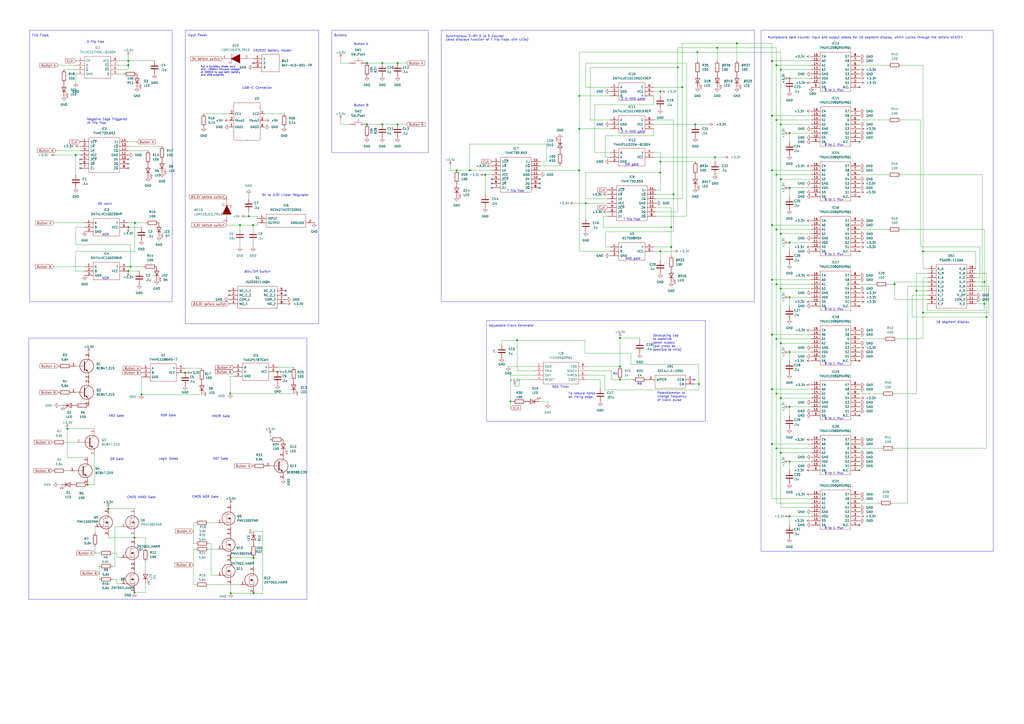
<source format=kicad_sch>
(kicad_sch (version 20230121) (generator eeschema)
  (paper "A2")
  (title_block (title "Quick Turn Promotional PCB") (rev "1.0") (company "Gentex Corporation"))
  (junction (at 447.802 194.056))
  (junction (at 107.442 216.154))
  (junction (at 447.802 35.306))
  (junction (at 457.962 299.466))
  (junction (at 450.342 196.596))
  (junction (at 403.352 72.136))
  (junction (at 336.042 74.676))
  (junction (at 393.192 39.116))
  (junction (at 447.802 130.556))
  (junction (at 77.978 343.662))
  (junction (at 457.962 45.466))
  (junction (at 264.922 98.806))
  (junction (at 212.852 72.136))
  (junction (at 212.852 36.576))
  (junction (at 230.632 72.136))
  (junction (at 43.942 89.916))
  (junction (at 281.432 101.346))
  (junction (at 336.042 98.806))
  (junction (at 452.882 262.636))
  (junction (at 457.962 204.216))
  (junction (at 221.742 72.136))
  (junction (at 77.978 311.912))
  (junction (at 82.042 228.854))
  (junction (at 405.384 222.758))
  (junction (at 427.482 25.146))
  (junction (at 570.992 163.576))
  (junction (at 144.272 125.476))
  (junction (at 78.232 129.286))
  (junction (at 390.652 112.776))
  (junction (at 452.882 40.386))
  (junction (at 133.604 228.346))
  (junction (at 450.342 164.846))
  (junction (at 296.164 232.918))
  (junction (at 447.802 257.556))
  (junction (at 359.664 220.218))
  (junction (at 74.422 157.226))
  (junction (at 531.622 168.656))
  (junction (at 139.192 130.556))
  (junction (at 457.962 172.466))
  (junction (at 572.262 183.896))
  (junction (at 447.802 162.306))
  (junction (at 450.342 228.346))
  (junction (at 450.342 69.596))
  (junction (at 383.032 93.726))
  (junction (at 383.032 145.796))
  (junction (at 414.782 91.186))
  (junction (at 452.882 135.636))
  (junction (at 535.432 145.796))
  (junction (at 447.802 225.806))
  (junction (at 147.066 344.17))
  (junction (at 75.692 154.686))
  (junction (at 452.882 167.386))
  (junction (at 336.042 55.626))
  (junction (at 50.8 281.178))
  (junction (at 416.052 27.686))
  (junction (at 535.432 181.356))
  (junction (at 452.882 103.886))
  (junction (at 389.382 131.826))
  (junction (at 457.962 267.716))
  (junction (at 395.732 50.546))
  (junction (at 39.116 248.666))
  (junction (at 447.802 67.056))
  (junction (at 450.342 260.096))
  (junction (at 359.664 212.598))
  (junction (at 450.342 101.346))
  (junction (at 457.962 235.966))
  (junction (at 230.632 36.576))
  (junction (at 272.542 98.806))
  (junction (at 389.382 143.256))
  (junction (at 133.858 323.596))
  (junction (at 221.742 36.576))
  (junction (at 74.422 35.306))
  (junction (at 339.852 117.856))
  (junction (at 452.882 72.136))
  (junction (at 570.992 176.276))
  (junction (at 447.802 98.806))
  (junction (at 147.066 323.596))
  (junction (at 146.812 130.556))
  (junction (at 450.342 133.096))
  (junction (at 457.962 140.716))
  (junction (at 62.738 295.148))
  (junction (at 161.036 215.646))
  (junction (at 452.882 199.136))
  (junction (at 359.664 196.088))
  (junction (at 457.962 77.216))
  (junction (at 299.974 197.358))
  (junction (at 457.962 108.966))
  (junction (at 452.882 230.886))
  (junction (at 383.032 53.086))
  (junction (at 518.922 164.846))
  (junction (at 133.858 344.17))
  (junction (at 74.422 37.846))
  (junction (at 74.422 131.826))
  (junction (at 450.342 37.846))
  (junction (at 404.622 30.226))
  (junction (at 383.032 100.076))
  (no_connect (at 46.482 94.996))
  (no_connect (at 313.182 108.966))
  (no_connect (at 46.482 92.456))
  (no_connect (at 74.422 92.456))
  (no_connect (at 313.182 103.886))
  (no_connect (at 74.422 94.996))
  (no_connect (at 165.862 168.656))
  (no_connect (at 74.422 97.536))
  (no_connect (at 132.842 168.656))
  (no_connect (at 285.242 103.886))
  (no_connect (at 165.862 171.196))
  (no_connect (at 132.842 171.196))
  (no_connect (at 402.844 220.218))
  (no_connect (at 46.482 97.536))
  (no_connect (at 285.242 106.426))
  (no_connect (at 285.242 108.966))
  (no_connect (at 313.182 106.426))
  (no_connect (at 146.812 36.576))
  (wire (pts (xy 66.675 305.562) (xy 66.675 328.422)))
  (wire (pts (xy 383.032 93.726) (xy 383.032 100.076)))
  (wire (pts (xy 403.352 72.136) (xy 379.222 72.136)))
  (wire (pts (xy 33.782 281.178) (xy 35.56 281.178)))
  (wire (pts (xy 447.802 35.306) (xy 447.802 67.056)))
  (wire (pts (xy 526.542 291.846) (xy 526.542 166.116)))
  (wire (pts (xy 395.732 115.316) (xy 395.732 50.546)))
  (wire (pts (xy 131.572 130.556) (xy 139.192 130.556)))
  (wire (pts (xy 336.042 145.796) (xy 336.042 98.806)))
  (wire (pts (xy 261.112 96.266) (xy 261.112 98.806)))
  (wire (pts (xy 457.962 241.046) (xy 457.962 235.966)))
  (wire (pts (xy 281.432 101.346) (xy 281.432 112.776)))
  (wire (pts (xy 69.342 42.926) (xy 71.882 42.926)))
  (wire (pts (xy 390.652 112.776) (xy 390.652 134.366)))
  (wire (pts (xy 498.602 164.846) (xy 507.492 164.846)))
  (wire (pts (xy 457.962 209.296) (xy 457.962 204.216)))
  (wire (pts (xy 43.942 145.796) (xy 43.942 157.226)))
  (wire (pts (xy 537.972 171.196) (xy 529.082 171.196)))
  (wire (pts (xy 447.802 162.306) (xy 447.802 194.056)))
  (wire (pts (xy 297.434 232.918) (xy 296.164 232.918)))
  (wire (pts (xy 380.492 125.476) (xy 398.272 125.476)))
  (wire (pts (xy 67.818 320.802) (xy 67.818 323.342)))
  (wire (pts (xy 62.738 310.642) (xy 62.738 311.912)))
  (wire (pts (xy 37.084 40.386) (xy 43.942 40.386)))
  (wire (pts (xy 383.032 53.086) (xy 379.222 53.086)))
  (wire (pts (xy 470.662 294.386) (xy 452.882 294.386)))
  (wire (pts (xy 457.962 145.796) (xy 457.962 140.716)))
  (wire (pts (xy 450.342 164.846) (xy 470.662 164.846)))
  (wire (pts (xy 77.978 343.662) (xy 84.328 343.662)))
  (wire (pts (xy 535.432 161.036) (xy 537.972 161.036)))
  (wire (pts (xy 296.164 232.918) (xy 296.164 217.678)))
  (wire (pts (xy 389.382 143.256) (xy 389.382 131.826)))
  (wire (pts (xy 565.912 163.576) (xy 570.992 163.576)))
  (wire (pts (xy 299.974 215.138) (xy 310.134 215.138)))
  (wire (pts (xy 316.992 83.566) (xy 272.542 83.566)))
  (wire (pts (xy 133.858 344.17) (xy 147.066 344.17)))
  (wire (pts (xy 121.158 315.214) (xy 122.428 315.214)))
  (wire (pts (xy 62.738 311.912) (xy 77.978 311.912)))
  (wire (pts (xy 133.604 218.186) (xy 133.604 228.346)))
  (wire (pts (xy 395.732 50.546) (xy 395.732 25.146)))
  (wire (pts (xy 569.722 168.656) (xy 565.912 168.656)))
  (wire (pts (xy 404.622 35.306) (xy 404.622 30.226)))
  (wire (pts (xy 498.602 228.346) (xy 511.302 228.346)))
  (wire (pts (xy 339.344 204.978) (xy 339.344 197.358)))
  (wire (pts (xy 383.032 53.086) (xy 383.032 55.626)))
  (wire (pts (xy 38.1 256.54) (xy 44.45 256.54)))
  (wire (pts (xy 389.382 143.256) (xy 389.382 148.336)))
  (wire (pts (xy 398.272 125.476) (xy 398.272 36.576)))
  (wire (pts (xy 298.704 224.028) (xy 301.244 224.028)))
  (wire (pts (xy 296.164 232.918) (xy 296.164 236.728)))
  (wire (pts (xy 344.932 88.646) (xy 353.822 88.646)))
  (wire (pts (xy 395.732 25.146) (xy 427.482 25.146)))
  (wire (pts (xy 147.066 308.102) (xy 152.4 308.102)))
  (wire (pts (xy 450.342 164.846) (xy 450.342 196.596)))
  (wire (pts (xy 447.802 257.556) (xy 470.662 257.556)))
  (wire (pts (xy 450.342 27.686) (xy 450.342 37.846)))
  (wire (pts (xy 156.718 255.016) (xy 156.718 252.476)))
  (wire (pts (xy 43.942 89.916) (xy 43.942 101.346)))
  (wire (pts (xy 147.066 328.93) (xy 147.066 323.596)))
  (wire (pts (xy 77.978 311.912) (xy 77.978 313.182)))
  (wire (pts (xy 452.882 167.386) (xy 452.882 199.136)))
  (wire (pts (xy 351.028 91.186) (xy 353.822 91.186)))
  (wire (pts (xy 535.432 196.596) (xy 535.432 181.356)))
  (wire (pts (xy 339.852 117.856) (xy 339.852 126.746)))
  (wire (pts (xy 69.342 37.846) (xy 74.422 37.846)))
  (wire (pts (xy 133.604 218.186) (xy 135.636 218.186)))
  (wire (pts (xy 153.416 66.04) (xy 164.846 66.04)))
  (wire (pts (xy 410.972 72.136) (xy 403.352 72.136)))
  (wire (pts (xy 414.782 91.186) (xy 379.222 91.186)))
  (wire (pts (xy 522.732 133.096) (xy 570.992 133.096)))
  (wire (pts (xy 447.802 67.056) (xy 447.802 98.806)))
  (wire (pts (xy 450.342 37.846) (xy 470.662 37.846)))
  (wire (pts (xy 498.602 133.096) (xy 515.112 133.096)))
  (wire (pts (xy 427.482 25.146) (xy 447.802 25.146)))
  (wire (pts (xy 452.882 103.886) (xy 452.882 135.636)))
  (wire (pts (xy 144.272 122.936) (xy 144.272 125.476)))
  (wire (pts (xy 170.434 213.106) (xy 161.036 213.106)))
  (wire (pts (xy 572.262 158.496) (xy 565.912 158.496)))
  (wire (pts (xy 77.978 311.912) (xy 84.328 311.912)))
  (wire (pts (xy 457.962 272.796) (xy 457.962 267.716)))
  (wire (pts (xy 74.422 87.376) (xy 85.852 87.376)))
  (wire (pts (xy 447.802 25.146) (xy 447.802 35.306)))
  (wire (pts (xy 67.818 323.342) (xy 70.358 323.342)))
  (wire (pts (xy 531.622 168.656) (xy 537.972 168.656)))
  (wire (pts (xy 112.268 339.09) (xy 113.284 339.09)))
  (wire (pts (xy 152.4 308.102) (xy 152.4 344.17)))
  (wire (pts (xy 498.602 101.346) (xy 515.112 101.346)))
  (wire (pts (xy 383.032 88.646) (xy 383.032 93.726)))
  (wire (pts (xy 452.882 230.886) (xy 470.662 230.886)))
  (wire (pts (xy 74.422 35.306) (xy 89.662 35.306)))
  (wire (pts (xy 122.428 333.756) (xy 126.238 333.756)))
  (wire (pts (xy 197.612 69.596) (xy 197.612 72.136)))
  (wire (pts (xy 379.222 60.706) (xy 344.932 60.706)))
  (wire (pts (xy 78.232 145.796) (xy 43.942 145.796)))
  (wire (pts (xy 570.992 133.096) (xy 570.992 163.576)))
  (wire (pts (xy 78.232 129.286) (xy 78.232 145.796)))
  (wire (pts (xy 112.268 315.214) (xy 113.538 315.214)))
  (wire (pts (xy 379.222 50.546) (xy 395.732 50.546)))
  (wire (pts (xy 75.692 141.986) (xy 43.942 141.986)))
  (wire (pts (xy 344.932 60.706) (xy 344.932 88.646)))
  (wire (pts (xy 379.222 69.596) (xy 390.652 69.596)))
  (wire (pts (xy 351.028 78.74) (xy 351.028 91.186)))
  (wire (pts (xy 113.538 318.516) (xy 112.268 318.516)))
  (wire (pts (xy 342.392 69.596) (xy 353.822 69.596)))
  (wire (pts (xy 498.602 37.846) (xy 515.112 37.846)))
  (wire (pts (xy 133.858 323.596) (xy 147.066 323.596)))
  (wire (pts (xy 450.342 228.346) (xy 470.662 228.346)))
  (wire (pts (xy 144.272 125.476) (xy 149.352 125.476)))
  (wire (pts (xy 565.912 155.956) (xy 565.912 145.796)))
  (wire (pts (xy 84.328 338.328) (xy 84.328 343.662)))
  (wire (pts (xy 144.272 112.776) (xy 144.272 115.316)))
  (wire (pts (xy 419.862 91.186) (xy 414.782 91.186)))
  (wire (pts (xy 82.042 228.854) (xy 117.094 228.854)))
  (wire (pts (xy 457.962 304.546) (xy 457.962 299.466)))
  (wire (pts (xy 351.282 143.256) (xy 351.282 134.366)))
  (wire (pts (xy 498.602 69.596) (xy 515.112 69.596)))
  (wire (pts (xy 447.802 35.306) (xy 470.662 35.306)))
  (wire (pts (xy 531.622 228.346) (xy 531.622 168.656)))
  (wire (pts (xy 296.164 217.678) (xy 310.134 217.678)))
  (wire (pts (xy 43.942 42.926) (xy 43.942 48.006)))
  (wire (pts (xy 139.192 130.556) (xy 139.192 133.096)))
  (wire (pts (xy 112.268 303.276) (xy 112.268 315.214)))
  (wire (pts (xy 301.244 224.028) (xy 301.244 220.218)))
  (wire (pts (xy 149.352 129.286) (xy 149.352 130.556)))
  (wire (pts (xy 405.384 222.758) (xy 405.384 226.187)))
  (wire (pts (xy 67.818 338.582) (xy 70.358 338.582)))
  (wire (pts (xy 405.384 226.187) (xy 350.774 226.187)))
  (wire (pts (xy 366.014 204.978) (xy 339.344 204.978)))
  (wire (pts (xy 537.972 176.276) (xy 537.972 180.086)))
  (wire (pts (xy 414.782 91.186) (xy 414.782 93.726)))
  (wire (pts (xy 121.158 318.516) (xy 126.238 318.516)))
  (wire (pts (xy 333.502 117.856) (xy 339.852 117.856)))
  (wire (pts (xy 450.342 101.346) (xy 470.662 101.346)))
  (wire (pts (xy 75.692 154.686) (xy 83.312 154.686)))
  (wire (pts (xy 264.922 98.806) (xy 272.542 98.806)))
  (wire (pts (xy 457.962 172.466) (xy 470.662 172.466)))
  (wire (pts (xy 339.852 50.546) (xy 353.822 50.546)))
  (wire (pts (xy 348.234 225.298) (xy 348.234 220.218)))
  (wire (pts (xy 74.422 35.306) (xy 74.422 32.766)))
  (wire (pts (xy 383.032 100.076) (xy 339.852 100.076)))
  (wire (pts (xy 529.082 183.896) (xy 572.262 183.896)))
  (wire (pts (xy 518.922 260.096) (xy 572.262 260.096)))
  (wire (pts (xy 371.094 197.358) (xy 371.094 196.088)))
  (wire (pts (xy 371.094 196.088) (xy 359.664 196.088)))
  (wire (pts (xy 389.382 120.396) (xy 380.492 120.396)))
  (wire (pts (xy 535.432 37.846) (xy 535.432 145.796)))
  (wire (pts (xy 379.222 55.626) (xy 379.222 60.706)))
  (wire (pts (xy 299.974 215.138) (xy 299.974 197.358)))
  (wire (pts (xy 221.742 36.576) (xy 230.632 36.576)))
  (wire (pts (xy 316.992 93.726) (xy 316.992 83.566)))
  (wire (pts (xy 452.882 199.136) (xy 470.662 199.136)))
  (wire (pts (xy 452.882 72.136) (xy 470.662 72.136)))
  (wire (pts (xy 359.664 220.218) (xy 367.284 220.218)))
  (wire (pts (xy 470.662 40.386) (xy 452.882 40.386)))
  (wire (pts (xy 149.352 130.556) (xy 146.812 130.556)))
  (wire (pts (xy 573.532 166.116) (xy 573.532 181.356)))
  (wire (pts (xy 447.802 257.556) (xy 447.802 289.306)))
  (wire (pts (xy 336.042 55.626) (xy 336.042 30.226)))
  (wire (pts (xy 518.922 228.346) (xy 531.622 228.346)))
  (wire (pts (xy 197.612 34.036) (xy 197.612 36.576)))
  (wire (pts (xy 380.492 122.936) (xy 393.192 122.936)))
  (wire (pts (xy 366.014 211.328) (xy 405.384 211.328)))
  (wire (pts (xy 570.992 176.276) (xy 565.912 176.276)))
  (wire (pts (xy 452.882 230.886) (xy 452.882 262.636)))
  (wire (pts (xy 393.192 39.116) (xy 342.392 39.116)))
  (wire (pts (xy 450.342 260.096) (xy 450.342 291.846)))
  (wire (pts (xy 336.042 55.626) (xy 353.822 55.626)))
  (wire (pts (xy 339.344 197.358) (xy 299.974 197.358)))
  (wire (pts (xy 112.268 318.516) (xy 112.268 339.09)))
  (wire (pts (xy 457.962 140.716) (xy 470.662 140.716)))
  (wire (pts (xy 31.242 154.686) (xy 49.022 154.686)))
  (wire (pts (xy 450.342 101.346) (xy 450.342 133.096)))
  (wire (pts (xy 221.742 72.136) (xy 230.632 72.136)))
  (wire (pts (xy 77.978 295.148) (xy 77.978 295.402)))
  (wire (pts (xy 336.042 74.676) (xy 353.822 74.676)))
  (wire (pts (xy 570.992 163.576) (xy 570.992 176.276)))
  (wire (pts (xy 146.812 133.096) (xy 146.812 130.556)))
  (wire (pts (xy 450.342 260.096) (xy 470.662 260.096)))
  (wire (pts (xy 518.922 173.736) (xy 537.972 173.736)))
  (wire (pts (xy 380.492 112.776) (xy 390.652 112.776)))
  (wire (pts (xy 522.732 101.346) (xy 569.722 101.346)))
  (wire (pts (xy 457.962 177.546) (xy 457.962 172.466)))
  (wire (pts (xy 351.282 134.366) (xy 390.652 134.366)))
  (wire (pts (xy 457.962 114.046) (xy 457.962 108.966)))
  (wire (pts (xy 568.452 143.256) (xy 568.452 161.036)))
  (wire (pts (xy 452.882 135.636) (xy 452.882 167.386)))
  (wire (pts (xy 535.432 155.956) (xy 537.972 155.956)))
  (wire (pts (xy 450.342 196.596) (xy 450.342 228.346)))
  (wire (pts (xy 450.342 69.596) (xy 470.662 69.596)))
  (wire (pts (xy 447.802 67.056) (xy 470.662 67.056)))
  (wire (pts (xy 498.602 196.596) (xy 512.572 196.596)))
  (wire (pts (xy 404.622 30.226) (xy 452.882 30.226)))
  (wire (pts (xy 133.858 292.862) (xy 133.858 293.116)))
  (wire (pts (xy 457.962 299.466) (xy 470.662 299.466)))
  (wire (pts (xy 452.882 262.636) (xy 452.882 294.386)))
  (wire (pts (xy 393.192 122.936) (xy 393.192 39.116)))
  (wire (pts (xy 272.542 98.806) (xy 285.242 98.806)))
  (wire (pts (xy 39.116 248.666) (xy 54.61 248.666)))
  (wire (pts (xy 74.422 154.686) (xy 75.692 154.686)))
  (wire (pts (xy 416.052 27.686) (xy 450.342 27.686)))
  (wire (pts (xy 69.342 35.306) (xy 74.422 35.306)))
  (wire (pts (xy 569.722 101.346) (xy 569.722 168.656)))
  (wire (pts (xy 447.802 162.306) (xy 470.662 162.306)))
  (wire (pts (xy 522.732 37.846) (xy 535.432 37.846)))
  (wire (pts (xy 450.342 133.096) (xy 470.662 133.096)))
  (wire (pts (xy 416.052 27.686) (xy 416.052 35.306)))
  (wire (pts (xy 339.852 117.856) (xy 352.552 117.856)))
  (wire (pts (xy 113.284 303.276) (xy 112.268 303.276)))
  (wire (pts (xy 299.974 197.358) (xy 291.084 197.358)))
  (wire (pts (xy 565.912 145.796) (xy 535.432 145.796)))
  (wire (pts (xy 57.658 328.422) (xy 57.658 336.042)))
  (wire (pts (xy 452.882 72.136) (xy 452.882 103.886)))
  (wire (pts (xy 340.614 220.218) (xy 348.234 220.218)))
  (wire (pts (xy 149.352 125.476) (xy 149.352 126.746)))
  (wire (pts (xy 534.162 143.256) (xy 568.452 143.256)))
  (wire (pts (xy 78.232 129.286) (xy 84.582 129.286)))
  (wire (pts (xy 281.432 101.346) (xy 285.242 101.346)))
  (wire (pts (xy 402.844 222.758) (xy 405.384 222.758)))
  (wire (pts (xy 339.852 100.076) (xy 339.852 115.316)))
  (wire (pts (xy 301.244 220.218) (xy 310.134 220.218)))
  (wire (pts (xy 518.922 164.846) (xy 518.922 173.736)))
  (wire (pts (xy 447.802 225.806) (xy 470.662 225.806)))
  (wire (pts (xy 66.675 328.422) (xy 65.278 328.422)))
  (wire (pts (xy 69.342 40.386) (xy 74.422 40.386)))
  (wire (pts (xy 457.962 235.966) (xy 470.662 235.966)))
  (wire (pts (xy 353.822 145.796) (xy 336.042 145.796)))
  (wire (pts (xy 197.612 36.576) (xy 202.692 36.576)))
  (wire (pts (xy 457.962 204.216) (xy 470.662 204.216)))
  (wire (pts (xy 143.002 125.476) (xy 144.272 125.476)))
  (wire (pts (xy 498.602 260.096) (xy 511.302 260.096)))
  (wire (pts (xy 537.972 163.576) (xy 518.922 163.576)))
  (wire (pts (xy 457.962 82.296) (xy 457.962 77.216)))
  (wire (pts (xy 84.328 325.628) (xy 84.328 330.708)))
  (wire (pts (xy 54.61 248.666) (xy 54.61 248.92)))
  (wire (pts (xy 447.802 225.806) (xy 447.802 257.556)))
  (wire (pts (xy 537.972 180.086) (xy 570.992 180.086)))
  (wire (pts (xy 379.222 78.74) (xy 351.028 78.74)))
  (wire (pts (xy 520.192 196.596) (xy 535.432 196.596)))
  (wire (pts (xy 515.112 164.846) (xy 518.922 164.846)))
  (wire (pts (xy 74.422 157.226) (xy 80.772 157.226)))
  (wire (pts (xy 66.675 305.562) (xy 70.358 305.562)))
  (wire (pts (xy 383.032 110.236) (xy 383.032 100.076)))
  (wire (pts (xy 313.182 93.726) (xy 316.992 93.726)))
  (wire (pts (xy 457.962 108.966) (xy 470.662 108.966)))
  (wire (pts (xy 43.942 157.226) (xy 49.022 157.226)))
  (wire (pts (xy 118.11 66.04) (xy 133.096 66.04)))
  (wire (pts (xy 74.422 131.826) (xy 82.042 131.826)))
  (wire (pts (xy 133.858 344.17) (xy 133.858 338.836)))
  (wire (pts (xy 354.584 220.218) (xy 359.664 220.218)))
  (wire (pts (xy 82.042 218.694) (xy 82.042 228.854)))
  (wire (pts (xy 62.738 294.894) (xy 62.738 295.148)))
  (wire (pts (xy 324.8914 95.8342) (xy 324.8914 96.266)))
  (wire (pts (xy 212.852 72.136) (xy 221.742 72.136)))
  (wire (pts (xy 350.012 125.476) (xy 350.012 131.826)))
  (wire (pts (xy 291.084 197.358) (xy 291.084 199.898)))
  (wire (pts (xy 390.652 69.596) (xy 390.652 112.776)))
  (wire (pts (xy 197.612 72.136) (xy 202.692 72.136)))
  (wire (pts (xy 534.162 69.596) (xy 534.162 143.256)))
  (wire (pts (xy 62.738 295.148) (xy 77.978 295.148)))
  (wire (pts (xy 450.342 196.596) (xy 470.662 196.596)))
  (wire (pts (xy 450.342 37.846) (xy 450.342 69.596)))
  (wire (pts (xy 452.882 40.386) (xy 452.882 72.136)))
  (wire (pts (xy 312.674 232.918) (xy 317.754 232.918)))
  (wire (pts (xy 447.802 130.556) (xy 470.662 130.556)))
  (wire (pts (xy 146.812 143.256) (xy 146.812 140.716)))
  (wire (pts (xy 55.118 309.245) (xy 55.118 305.562)))
  (wire (pts (xy 313.182 96.266) (xy 324.8914 96.266)))
  (wire (pts (xy 230.632 36.576) (xy 235.712 36.576)))
  (wire (pts (xy 31.242 129.286) (xy 49.022 129.286)))
  (wire (pts (xy 452.882 167.386) (xy 470.662 167.386)))
  (wire (pts (xy 383.032 93.726) (xy 403.352 93.726)))
  (wire (pts (xy 342.392 39.116) (xy 342.392 69.596)))
  (wire (pts (xy 350.012 131.826) (xy 389.382 131.826)))
  (wire (pts (xy 354.584 220.218) (xy 354.584 215.138)))
  (wire (pts (xy 317.754 232.918) (xy 317.754 234.188)))
  (wire (pts (xy 379.222 88.646) (xy 383.032 88.646)))
  (wire (pts (xy 75.692 154.686) (xy 75.692 141.986)))
  (wire (pts (xy 565.912 166.116) (xy 573.532 166.116)))
  (wire (pts (xy 535.432 181.356) (xy 573.532 181.356)))
  (wire (pts (xy 74.422 129.286) (xy 78.232 129.286)))
  (wire (pts (xy 380.492 110.236) (xy 383.032 110.236)))
  (wire (pts (xy 147.066 344.17) (xy 152.4 344.17)))
  (wire (pts (xy 452.882 103.886) (xy 470.662 103.886)))
  (wire (pts (xy 529.082 171.196) (xy 529.082 183.896)))
  (wire (pts (xy 336.042 74.676) (xy 336.042 55.626)))
  (wire (pts (xy 139.192 130.556) (xy 146.812 130.556)))
  (wire (pts (xy 531.622 158.496) (xy 537.972 158.496)))
  (wire (pts (xy 77.978 310.642) (xy 77.978 311.912)))
  (wire (pts (xy 393.192 39.116) (xy 393.192 27.686)))
  (wire (pts (xy 447.802 98.806) (xy 447.802 130.556)))
  (wire (pts (xy 518.922 163.576) (xy 518.922 164.846)))
  (wire (pts (xy 120.904 303.276) (xy 126.238 303.276)))
  (wire (pts (xy 55.118 320.802) (xy 55.118 316.865)))
  (wire (pts (xy 353.822 143.256) (xy 351.282 143.256)))
  (wire (pts (xy 379.222 74.676) (xy 379.222 78.74)))
  (wire (pts (xy 34.29 235.204) (xy 36.322 235.204)))
  (wire (pts (xy 39.116 248.666) (xy 39.116 265.43)))
  (wire (pts (xy 398.272 36.576) (xy 339.852 36.576)))
  (wire (pts (xy 294.894 212.598) (xy 310.134 212.598)))
  (wire (pts (xy 32.512 89.916) (xy 43.942 89.916)))
  (wire (pts (xy 383.032 145.796) (xy 379.222 145.796)))
  (wire (pts (xy 535.432 181.356) (xy 535.432 161.036)))
  (wire (pts (xy 50.8 281.178) (xy 54.61 281.178)))
  (wire (pts (xy 457.962 45.466) (xy 470.662 45.466)))
  (wire (pts (xy 67.818 336.042) (xy 67.818 338.582)))
  (wire (pts (xy 39.116 265.43) (xy 50.8 265.43)))
  (wire (pts (xy 32.512 87.376) (xy 46.482 87.376)))
  (wire (pts (xy 570.992 180.086) (xy 570.992 176.276)))
  (wire (pts (xy 350.774 217.678) (xy 350.774 226.187)))
  (wire (pts (xy 452.882 199.136) (xy 452.882 230.886)))
  (wire (pts (xy 74.422 84.836) (xy 93.98 84.836)))
  (wire (pts (xy 170.434 228.346) (xy 133.604 228.346)))
  (wire (pts (xy 470.662 291.846) (xy 450.342 291.846)))
  (wire (pts (xy 272.542 83.566) (xy 272.542 98.806)))
  (wire (pts (xy 572.262 183.896) (xy 572.262 158.496)))
  (wire (pts (xy 517.652 291.846) (xy 526.542 291.846)))
  (wire (pts (xy 340.614 215.138) (xy 354.584 215.138)))
  (wire (pts (xy 230.632 72.136) (xy 235.712 72.136)))
  (wire (pts (xy 144.272 34.036) (xy 146.812 34.036)))
  (wire (pts (xy 54.61 264.16) (xy 54.61 281.178)))
  (wire (pts (xy 427.482 25.146) (xy 427.482 35.306)))
  (wire (pts (xy 62.738 295.148) (xy 62.738 295.402)))
  (wire (pts (xy 447.802 98.806) (xy 470.662 98.806)))
  (wire (pts (xy 450.342 69.596) (xy 450.342 101.346)))
  (wire (pts (xy 84.328 311.912) (xy 84.328 318.008)))
  (wire (pts (xy 359.664 196.088) (xy 359.664 212.598)))
  (wire (pts (xy 572.262 260.096) (xy 572.262 183.896)))
  (wire (pts (xy 405.384 211.328) (xy 405.384 222.758)))
  (wire (pts (xy 212.852 36.576) (xy 221.742 36.576)))
  (wire (pts (xy 313.182 98.806) (xy 336.042 98.806)))
  (wire (pts (xy 379.222 143.256) (xy 389.382 143.256)))
  (wire (pts (xy 74.422 37.846) (xy 74.422 35.306)))
  (wire (pts (xy 452.882 135.636) (xy 470.662 135.636)))
  (wire (pts (xy 77.978 343.916) (xy 77.978 343.662)))
  (wire (pts (xy 122.428 315.214) (xy 122.428 333.756)))
  (wire (pts (xy 74.422 82.296) (xy 79.502 82.296)))
  (wire (pts (xy 339.852 115.316) (xy 352.552 115.316)))
  (wire (pts (xy 389.382 131.826) (xy 389.382 120.396)))
  (wire (pts (xy 452.882 262.636) (xy 470.662 262.636)))
  (wire (pts (xy 366.014 204.978) (xy 366.014 211.328)))
  (wire (pts (xy 38.1 273.05) (xy 40.64 273.05)))
  (wire (pts (xy 447.802 289.306) (xy 470.662 289.306)))
  (wire (pts (xy 336.042 30.226) (xy 404.622 30.226)))
  (wire (pts (xy 120.904 339.09) (xy 139.446 339.09)))
  (wire (pts (xy 339.852 36.576) (xy 339.852 50.546)))
  (wire (pts (xy 340.614 217.678) (xy 350.774 217.678)))
  (wire (pts (xy 531.622 168.656) (xy 531.622 158.496)))
  (wire (pts (xy 450.342 228.346) (xy 450.342 260.096)))
  (wire (pts (xy 568.452 161.036) (xy 565.912 161.036)))
  (wire (pts (xy 43.942 89.916) (xy 46.482 89.916)))
  (wire (pts (xy 447.802 194.056) (xy 447.802 225.806)))
  (wire (pts (xy 450.342 133.096) (xy 450.342 164.846)))
  (wire (pts (xy 43.942 131.826) (xy 49.022 131.826)))
  (wire (pts (xy 535.432 145.796) (xy 535.432 155.956)))
  (wire (pts (xy 55.118 320.802) (xy 57.658 320.802)))
  (wire (pts (xy 33.782 37.846) (xy 43.942 37.846)))
  (wire (pts (xy 390.652 145.796) (xy 383.032 145.796)))
  (wire (pts (xy 352.552 125.476) (xy 350.012 125.476)))
  (wire (pts (xy 383.032 145.796) (xy 383.032 150.876)))
  (wire (pts (xy 380.492 115.316) (xy 395.732 115.316)))
  (wire (pts (xy 139.192 143.256) (xy 139.192 140.716)))
  (wire (pts (xy 65.278 320.802) (xy 67.818 320.802)))
  (wire (pts (xy 261.112 98.806) (xy 264.922 98.806)))
  (wire (pts (xy 447.802 130.556) (xy 447.802 162.306)))
  (wire (pts (xy 50.8 281.178) (xy 50.8 280.67)))
  (wire (pts (xy 393.192 27.686) (xy 416.052 27.686)))
  (wire (pts (xy 65.278 336.042) (xy 67.818 336.042)))
  (wire (pts (xy 43.942 141.986) (xy 43.942 131.826)))
  (wire (pts (xy 117.094 213.614) (xy 107.442 213.614)))
  (wire (pts (xy 457.962 77.216) (xy 470.662 77.216)))
  (wire (pts (xy 336.042 98.806) (xy 336.042 74.676)))
  (wire (pts (xy 457.962 267.716) (xy 470.662 267.716)))
  (wire (pts (xy 74.422 40.386) (xy 74.422 37.846)))
  (wire (pts (xy 340.614 212.598) (xy 359.664 212.598)))
  (wire (pts (xy 470.662 194.056) (xy 447.802 194.056)))
  (wire (pts (xy 147.066 323.342) (xy 147.066 323.596)))
  (wire (pts (xy 498.602 291.846) (xy 510.032 291.846)))
  (wire (pts (xy 452.882 30.226) (xy 452.882 40.386)))
  (wire (pts (xy 526.542 166.116) (xy 537.972 166.116)))
  (wire (pts (xy 522.732 69.596) (xy 534.162 69.596)))
  (rectangle (start 16.764 196.088) (end 178.054 347.726))
  (rectangle (start 17.272 17.526) (end 99.822 175.006))
  (rectangle (start 256.032 17.526) (end 437.642 175.006))
  (rectangle (start 107.442 17.526) (end 184.912 187.706))
  (rectangle (start 441.452 17.526) (end 576.072 319.786))
  (rectangle (start 282.194 185.928) (end 409.194 244.348))
  (rectangle (start 192.532 17.526) (end 248.412 88.646))
  (text "OR gate\n" (at 362.712 96.266 0) (effects (font (size 1.27 1.27)) (justify left bottom)))
  (text "XOR Gate" (at 92.964 241.808 0) (effects (font (size 1.27 1.27)) (justify left bottom)))
  (text "Buttons" (at 193.802 21.336 0) (effects (font (size 1.27 1.27)) (justify left bottom)))
  (text "NOR" (at 59.182 136.906 0) (effects (font (size 1.27 1.27)) (justify left bottom)))
  (text "16 segment display" (at 543.052 187.706 0) (effects (font (size 1.27 1.27)) (justify left bottom)))
  (text "USB-C Connector" (at 140.462 51.816 0) (effects (font (size 1.27 1.27)) (justify left bottom)))
  (text "#On/Off Switch" (at 141.732 158.496 0) (effects (font (size 1.27 1.27)) (justify left bottom)))
  (text "D flip flop" (at 50.292 25.146 0) (effects (font (size 1.27 1.27)) (justify left bottom)))
  (text "RB" (at 369.57 223.52 0) (effects (font (size 1.27 1.27)) (justify left bottom)))
  (text "8 to 1 Mux\n" (at 478.282 53.086 0) (effects (font (size 1.27 1.27)) (justify left bottom)))
  (text "Negative Edge Triggered \nJK flip flop" (at 50.292 72.136 0) (effects (font (size 1.27 1.27)) (justify left bottom)))
  (text "Logic Gates" (at 103.378 266.954 0) (effects (font (size 1.27 1.27)) (justify right bottom)))
  (text "5V to 3.3V Linear Regulator" (at 151.892 114.046 0) (effects (font (size 1.27 1.27)) (justify left bottom)))
  (text "Adjustable Clock Generator" (at 283.464 189.738 0) (effects (font (size 1.27 1.27)) (justify left bottom)))
  (text "8 to 1 Mux\n" (at 478.282 180.086 0) (effects (font (size 1.27 1.27)) (justify left bottom)))
  (text "XNOR Gate" (at 122.936 242.316 0) (effects (font (size 1.27 1.27)) (justify left bottom)))
  (text "Button A" (at 205.232 26.416 0) (effects (font (size 1.27 1.27)) (justify left bottom)))
  (text "AND gate\n" (at 362.712 150.876 0) (effects (font (size 1.27 1.27)) (justify left bottom)))
  (text "NOT Gate" (at 123.444 266.954 0) (effects (font (size 1.27 1.27)) (justify left bottom)))
  (text "RA" (at 355.6 217.678 0) (effects (font (size 1.27 1.27)) (justify left bottom)))
  (text "8 to 1 Mux\n" (at 478.282 307.086 0) (effects (font (size 1.27 1.27)) (justify left bottom)))
  (text "To reduce noise\non rising edge" (at 329.692 231.14 0) (effects (font (size 1.27 1.27)) (justify left bottom)))
  (text "3 in AND gate\n" (at 360.172 58.166 0) (effects (font (size 1.27 1.27)) (justify left bottom)))
  (text "OR Gate" (at 63.754 267.208 0) (effects (font (size 1.27 1.27)) (justify left bottom)))
  (text "8 to 1 Mux\n" (at 478.282 84.836 0) (effects (font (size 1.27 1.27)) (justify left bottom)))
  (text "Synchronous 3-Bit 0 to 5 Counter\n(also displays function of T flip flops with LEDs)\n" (at 258.572 23.876 0) (effects (font (size 1.27 1.27)) (justify left bottom)))
  (text "C" (at 286.004 204.724 0) (effects (font (size 1.27 1.27)) (justify left bottom)))
  (text "Multiplexers take counter input and output states for 16 segment display, which cycles through the letters GENTEX\n" (at 445.262 22.606 0) (effects (font (size 1.27 1.27)) (justify left bottom)))
  (text "555 Timer" (at 320.294 225.298 0) (effects (font (size 1.27 1.27)) (justify left bottom)))
  (text "Decoupling cap\nto stabilize \npower supply\n(put close as\npossible to chip)" (at 378.714 203.708 0) (effects (font (size 1.27 1.27)) (justify left bottom)))
  (text "NOR" (at 59.182 162.306 0) (effects (font (size 1.27 1.27)) (justify left bottom)))
  (text "Flip Flops\n" (at 18.542 21.336 0) (effects (font (size 1.27 1.27)) (justify left bottom)))
  (text "8 to 1 Mux\n" (at 478.282 243.586 0) (effects (font (size 1.27 1.27)) (justify left bottom)))
  (text "8 to 1 Mux\n" (at 478.282 211.836 0) (effects (font (size 1.27 1.27)) (justify left bottom)))
  (text "SR latch" (at 56.642 119.126 0) (effects (font (size 1.27 1.27)) (justify left bottom)))
  (text "CMOS NAND Gate" (at 73.66 289.306 0) (effects (font (size 1.27 1.27)) (justify left bottom)))
  (text "Button B" (at 205.232 61.976 0) (effects (font (size 1.27 1.27)) (justify left bottom)))
  (text "AND Gate" (at 62.992 242.062 0) (effects (font (size 1.27 1.27)) (justify left bottom)))
  (text "CR2032 Battery Holder" (at 146.812 30.226 0) (effects (font (size 1.27 1.27)) (justify left bottom)))
  (text "CMOS NOR Gate" (at 111.252 289.052 0) (effects (font (size 1.27 1.27)) (justify left bottom)))
  (text "Put a Schottky diode here \nwith <300mV forward voltage \nat 300mA to use both battery \nand USB supplies" (at 116.332 44.196 0) (effects (font (size 1 1)) (justify left bottom)))
  (text "8 to 1 Mux\n" (at 478.282 116.586 0) (effects (font (size 1.27 1.27)) (justify left bottom)))
  (text "8 to 1 Mux\n" (at 478.282 275.336 0) (effects (font (size 1.27 1.27)) (justify left bottom)))
  (text "Potentiometer to\nchange frequency\nof clock pulse" (at 381.254 232.918 0) (effects (font (size 1.27 1.27)) (justify left bottom)))
  (text "T flip flop" (at 294.132 111.506 0) (effects (font (size 1.27 1.27)) (justify left bottom)))
  (text "T flip flop" (at 361.442 128.016 0) (effects (font (size 1.27 1.27)) (justify left bottom)))
  (text "3 in AND gate\n" (at 360.172 77.216 0) (effects (font (size 1.27 1.27)) (justify left bottom)))
  (text "Input Power" (at 108.712 21.336 0) (effects (font (size 1.27 1.27)) (justify left bottom)))
  (text "8 to 1 Mux\n" (at 478.282 148.336 0) (effects (font (size 1.27 1.27)) (justify left bottom)))
  (global_label "Button A" (shape input) (at 79.502 82.296 0) (property "Intersheetrefs" "${INTERSHEET_REFS}" (effects hide)))
  (global_label "Button B" (shape input) (at 135.636 215.646 180) (property "Intersheetrefs" "${INTERSHEET_REFS}" (effects hide)))
  (global_label "Button A" (shape input) (at 135.636 213.106 180) (property "Intersheetrefs" "${INTERSHEET_REFS}" (effects hide)))
  (global_label "Button A" (shape input) (at 31.242 129.286 180) (property "Intersheetrefs" "${INTERSHEET_REFS}" (effects hide)))
  (global_label "Button B" (shape input) (at 235.712 72.136 0) (property "Intersheetrefs" "${INTERSHEET_REFS}" (effects hide)))
  (global_label "CLK" (shape input) (at 46.482 82.296 180) (property "Intersheetrefs" "${INTERSHEET_REFS}" (effects hide)))
  (global_label "Button B" (shape input) (at 30.48 273.05 180) (property "Intersheetrefs" "${INTERSHEET_REFS}" (effects hide)))
  (global_label "Button A" (shape input) (at 235.712 36.576 0) (property "Intersheetrefs" "${INTERSHEET_REFS}" (effects hide)))
  (global_label "Button B" (shape input) (at 31.242 154.686 180) (property "Intersheetrefs" "${INTERSHEET_REFS}" (effects hide)))
  (global_label "Button A" (shape input) (at 33.782 37.846 180) (property "Intersheetrefs" "${INTERSHEET_REFS}" (effects hide)))
  (global_label "CLK" (shape input) (at 43.942 35.306 180) (property "Intersheetrefs" "${INTERSHEET_REFS}" (effects hide)))
  (global_label "Button A" (shape input) (at 55.118 320.802 180) (property "Intersheetrefs" "${INTERSHEET_REFS}" (effects hide)))
  (global_label "CLK" (shape input) (at 352.552 120.396 180) (property "Intersheetrefs" "${INTERSHEET_REFS}" (effects hide)))
  (global_label "Button B" (shape input) (at 112.268 327.66 180) (property "Intersheetrefs" "${INTERSHEET_REFS}" (effects hide)))
  (global_label "Button B" (shape input) (at 33.782 227.584 180) (property "Intersheetrefs" "${INTERSHEET_REFS}" (effects hide)))
  (global_label "CLK" (shape input) (at 285.242 93.726 180) (property "Intersheetrefs" "${INTERSHEET_REFS}" (effects hide)))
  (global_label "Button B" (shape input) (at 57.658 332.486 180) (property "Intersheetrefs" "${INTERSHEET_REFS}" (effects hide)))
  (global_label "#3.3V before switch" (shape input) (at 131.572 114.1476 180) (property "Intersheetrefs" "${INTERSHEET_REFS}" (effects hide)))
  (global_label "Button A" (shape input) (at 146.558 270.256 180) (property "Intersheetrefs" "${INTERSHEET_REFS}" (effects hide)))
  (global_label "3V before switch" (shape input) (at 129.032 34.036 180) (property "Intersheetrefs" "${INTERSHEET_REFS}" (effects hide)))
  (global_label "Button A" (shape input) (at 82.042 213.614 180) (property "Intersheetrefs" "${INTERSHEET_REFS}" (effects hide)))
  (global_label "Button B" (shape input) (at 32.512 87.376 180) (property "Intersheetrefs" "${INTERSHEET_REFS}" (effects hide)))
  (global_label "Button A" (shape input) (at 33.782 212.344 180) (property "Intersheetrefs" "${INTERSHEET_REFS}" (effects hide)))
  (global_label "CLK" (shape input) (at 352.552 110.236 180) (property "Intersheetrefs" "${INTERSHEET_REFS}" (effects hide)))
  (global_label "#3.3V before switch" (shape input) (at 132.842 176.276 180) (property "Intersheetrefs" "${INTERSHEET_REFS}" (effects hide)))
  (global_label "Button A" (shape input) (at 112.268 308.102 180) (property "Intersheetrefs" "${INTERSHEET_REFS}" (effects hide)))
  (global_label "3.3V before switch" (shape input) (at 131.572 130.556 180) (property "Intersheetrefs" "${INTERSHEET_REFS}" (effects hide)))
  (global_label "Button B" (shape input) (at 82.042 216.154 180) (property "Intersheetrefs" "${INTERSHEET_REFS}" (effects hide)))
  (global_label "Button A" (shape input) (at 30.48 256.54 180) (property "Intersheetrefs" "${INTERSHEET_REFS}" (effects hide)))
  (global_label "CLK" (shape input) (at 296.164 236.728 0) (property "Intersheetrefs" "${INTERSHEET_REFS}" (effects hide)))
  (symbol (lib_id "SamacSys_Parts:74HC73D,653") (at 46.482 82.296 0) (unit 1)
    (property "Reference" "IC2" (at 60.452 74.676 0))
    (property "Value" "74HC73D,653" (at 60.452 77.216 0))
    (property "Footprint" "SamacSys_Parts:SOIC127P600X175-14N" (effects hide))
    (property "Datasheet" "https://assets.nexperia.com/documents/data-sheet/74HC73.pdf" (effects hide))
    (property "Description" "74HC73 - Dual JK flip-flop with reset; negative-edge trigger@en-us" (effects hide))
    (property "Height" "1.75" (effects hide))
    (property "Manufacturer_Name" "Nexperia" (effects hide))
    (property "Manufacturer_Part_Number" "74HC73D,653" (effects hide))
    (property "Mouser Part Number" "771-74HC73D-T" (effects hide))
    (property "Mouser Price/Stock" "https://www.mouser.co.uk/ProductDetail/Nexperia/74HC73D653?qs=P62ublwmbi9GsY8k5J3JQw%3D%3D" (effects hide))
    (property "Arrow Part Number" "74HC73D,653" (effects hide))
    (property "Arrow Price/Stock" "https://www.arrow.com/en/products/74hc73d653/nexperia?region=europe" (effects hide))
  )
  (symbol (lib_id "power:GND") (at 294.894 212.598 0) (unit 1)
    (property "Reference" "#PWR067" (effects hide))
    (property "Value" "GND" (at 294.894 216.535 0))
  )
  (symbol (lib_id "power:+3.3V") (at 498.602 40.386 270) (unit 1)
    (property "Reference" "#PWR?" (effects hide))
    (property "Value" "+3.3V" (at 505.333 40.386 90))
  )
  (symbol (lib_id "Device:LED") (at 39.37 281.178 0) (unit 1)
    (property "Reference" "D1" (at 39.624 285.75 0))
    (property "Value" "LED" (at 39.624 288.29 0))
    (property "Footprint" "LED_SMD:LED_0402_1005Metric" (effects hide))
  )
  (symbol (lib_id "Device:R") (at 34.29 273.05 90) (unit 1)
    (property "Reference" "R2" (at 34.29 266.7 90))
    (property "Value" "5.6k" (at 34.29 269.24 90))
    (property "Footprint" "Resistor_SMD:R_0402_1005Metric" (effects hide))
  )
  (symbol (lib_id "power:+3.3V") (at 457.962 140.716 90) (unit 1)
    (property "Reference" "#PWR?" (effects hide))
    (property "Value" "+3.3V" (at 454.406 140.716 0))
  )
  (symbol (lib_id "power:GND") (at 133.096 73.66 270) (unit 1)
    (property "Reference" "#PWR028" (effects hide))
    (property "Value" "GND" (at 129.286 73.66 90) (effects (justify right)))
  )
  (symbol (lib_id "power:+3.3V") (at 46.482 84.836 90) (unit 1)
    (property "Reference" "#PWR?" (effects hide))
    (property "Value" "+3.3V" (at 39.624 84.836 90))
  )
  (symbol (lib_id "Device:R") (at 84.328 321.818 180) (unit 1)
    (property "Reference" "R12" (at 86.868 320.548 0) (effects (justify right)))
    (property "Value" "100" (at 86.868 323.088 0) (effects (justify right)))
    (property "Footprint" "Resistor_SMD:R_0402_1005Metric" (effects hide))
  )
  (symbol (lib_id "SamacSys_Parts:SN74LVC1G11MDCKREP") (at 353.822 50.546 0) (unit 1)
    (property "Reference" "IC10" (at 366.522 42.926 0))
    (property "Value" "SN74LVC1G11MDCKREP" (at 366.522 45.466 0))
    (property "Footprint" "SamacSys_Parts:SOP65P210X110-6N" (effects hide))
    (property "Datasheet" "https://www.ti.com/lit/gpn/SN74LVC1G11-EP" (effects hide))
    (property "Description" "Logic Gates EP Sgl 3-Input Pos AND Gate" (effects hide))
    (property "Height" "1.1" (effects hide))
    (property "Manufacturer_Name" "Texas Instruments" (effects hide))
    (property "Manufacturer_Part_Number" "SN74LVC1G11MDCKREP" (effects hide))
    (property "Mouser Part Number" "595-74LVC1G11MDCKREP" (effects hide))
    (property "Mouser Price/Stock" "https://www.mouser.co.uk/ProductDetail/Texas-Instruments/SN74LVC1G11MDCKREP?qs=i6VRxKQL%2FYzMvM%2Fs3cLVPw%3D%3D" (effects hide))
    (property "Arrow Part Number" "SN74LVC1G11MDCKREP" (effects hide))
    (property "Arrow Price/Stock" "https://www.arrow.com/en/products/sn74lvc1g11mdckrep/texas-instruments?region=nac" (effects hide))
  )
  (symbol (lib_id "Device:R") (at 324.8914 92.0242 0) (unit 1)
    (property "Reference" "R33" (at 322.3514 93.2942 0) (effects (justify right)))
    (property "Value" "100" (at 322.3514 90.7542 0) (effects (justify right)))
    (property "Footprint" "Resistor_SMD:R_0402_1005Metric" (effects hide))
  )
  (symbol (lib_id "Device:R") (at 118.11 69.85 180) (unit 1)
    (property "Reference" "R16" (at 120.65 68.58 0) (effects (justify right)))
    (property "Value" "5.1k" (at 120.65 71.12 0) (effects (justify right)))
    (property "Footprint" "Resistor_SMD:R_0402_1005Metric" (effects hide))
  )
  (symbol (lib_id "power:GND") (at 470.662 79.756 270) (unit 1)
    (property "Reference" "#PWR0120" (effects hide))
    (property "Value" "GND" (at 466.852 79.756 90) (effects (justify right)))
  )
  (symbol (lib_id "power:+3.3V") (at 261.112 96.266 0) (unit 1)
    (property "Reference" "#PWR?" (effects hide))
    (property "Value" "+3.3V" (at 261.112 92.71 0))
  )
  (symbol (lib_id "power:GND") (at 383.032 63.246 0) (unit 1)
    (property "Reference" "#PWR084" (effects hide))
    (property "Value" "GND" (at 383.032 68.326 0))
  )
  (symbol (lib_id "power:GND") (at 470.662 265.176 270) (unit 1)
    (property "Reference" "#PWR0143" (effects hide))
    (property "Value" "GND" (at 466.852 265.176 90) (effects (justify right)))
  )
  (symbol (lib_id "SamacSys_Parts:TMUX1208QRSVRQ1") (at 498.602 145.796 180) (unit 1)
    (property "Reference" "IC16" (at 484.632 120.396 0))
    (property "Value" "TMUX1208QRSVRQ1" (at 484.632 122.936 0))
    (property "Footprint" "SamacSys_Parts:TMUX1208QRSVRQ1" (effects hide))
    (property "Datasheet" "https://www.ti.com/lit/gpn/tmux1208-q1?HQS=ti-null-null-sf-df-pf-sep-wwe&DCM=yes?hkey=EF798316E3902B6ED9A73243A3159BB0" (effects hide))
    (property "Description" "Multiplexer Switch ICs Automotive 5-V, 8:1, 1-channel multiplexer with 1.8-V logic 16-UQFN -40 to 125" (effects hide))
    (property "Height" "0.55" (effects hide))
    (property "Manufacturer_Name" "Texas Instruments" (effects hide))
    (property "Manufacturer_Part_Number" "TMUX1208QRSVRQ1" (effects hide))
    (property "Mouser Part Number" "595-TMUX1208QRSVRQ1" (effects hide))
    (property "Mouser Price/Stock" "https://www.mouser.co.uk/ProductDetail/Texas-Instruments/TMUX1208QRSVRQ1?qs=yqaQSyyJnNirUcV0cpxPKA%3D%3D" (effects hide))
    (property "Arrow Part Number" "TMUX1208QRSVRQ1" (effects hide))
    (property "Arrow Price/Stock" "https://www.arrow.com/en/products/tmux1208qrsvrq1/texas-instruments?region=nac" (effects hide))
  )
  (symbol (lib_id "power:+3.3V") (at 390.652 145.796 270) (unit 1)
    (property "Reference" "#PWR?" (effects hide))
    (property "Value" "+3.3V" (at 397.002 145.669 90))
  )
  (symbol (lib_id "power:GND") (at 498.602 98.806 90) (unit 1)
    (property "Reference" "#PWR0163" (effects hide))
    (property "Value" "GND" (at 502.3066 98.806 90) (effects (justify right)))
  )
  (symbol (lib_id "Device:R") (at 147.066 319.532 0) (unit 1)
    (property "Reference" "R22" (at 152.146 320.04 0) (effects (justify right)))
    (property "Value" "100" (at 152.273 317.881 0) (effects (justify right)))
    (property "Footprint" "Resistor_SMD:R_0402_1005Metric" (effects hide))
  )
  (symbol (lib_id "power:GND") (at 317.754 234.188 0) (unit 1)
    (property "Reference" "#PWR070" (effects hide))
    (property "Value" "GND" (at 317.754 239.268 0))
  )
  (symbol (lib_id "SamacSys_Parts:2N7002_HAMR") (at 139.446 339.09 0) (unit 1)
    (property "Reference" "Q12" (at 153.035 335.28 0) (effects (justify left)))
    (property "Value" "2N7002_HAMR" (at 153.035 337.82 0) (effects (justify left)))
    (property "Footprint" "SamacSys_Parts:2N7002HAMR" (effects hide))
    (property "Datasheet" "https://assets.nexperia.com/documents/data-sheet/2N7002.pdf" (effects hide))
    (property "Description" "60 V, 300 mA N-channel Trench MOSFET VDS:60v  ID:300 ma" (effects hide))
    (property "Height" "1.1" (effects hide))
    (property "Manufacturer_Name" "Nexperia" (effects hide))
    (property "Manufacturer_Part_Number" "2N7002/HAMR" (effects hide))
    (property "Mouser Part Number" "771-2N7002/HAMR" (effects hide))
    (property "Mouser Price/Stock" "https://www.mouser.co.uk/ProductDetail/Nexperia/2N7002-HAMR?qs=vLWxofP3U2z6UwzQk4y2Pw%3D%3D" (effects hide))
    (property "Arrow Part Number" "2N7002/HAMR" (effects hide))
    (property "Arrow Price/Stock" "https://www.arrow.com/en/products/2n7002hamr/nexperia?region=nac" (effects hide))
  )
  (symbol (lib_id "power:+3.3V") (at 39.116 248.666 0) (unit 1)
    (property "Reference" "#PWR?" (effects hide))
    (property "Value" "+3.3V" (at 39.116 245.11 0))
  )
  (symbol (lib_id "power:GND") (at 498.602 294.386 90) (unit 1)
    (property "Reference" "#PWR0200" (effects hide))
    (property "Value" "GND" (at 502.412 294.386 90) (effects (justify right)))
  )
  (symbol (lib_id "power:+3.3V") (at 383.032 53.086 270) (unit 1)
    (property "Reference" "#PWR?" (effects hide))
    (property "Value" "+3.3V" (at 389.763 53.086 90))
  )
  (symbol (lib_id "Device:C") (at 281.432 116.586 0) (unit 1)
    (property "Reference" "C14" (at 285.242 115.316 0) (effects (justify left)))
    (property "Value" ".1u" (at 285.242 117.856 0) (effects (justify left)))
    (property "Footprint" "Capacitor_SMD:C_0402_1005Metric" (effects hide))
  )
  (symbol (lib_id "Device:R") (at 117.094 217.424 0) (unit 1)
    (property "Reference" "R17" (at 118.618 216.916 0) (effects (justify left)))
    (property "Value" "100" (at 119.126 219.202 0) (effects (justify left)))
    (property "Footprint" "Resistor_SMD:R_0402_1005Metric" (effects hide))
  )
  (symbol (lib_id "power:GND") (at 339.852 134.366 0) (unit 1)
    (property "Reference" "#PWR072" (effects hide))
    (property "Value" "GND" (at 339.852 139.446 0))
  )
  (symbol (lib_id "Device:C") (at 221.742 40.386 0) (unit 1)
    (property "Reference" "C10" (at 224.536 39.116 0) (effects (justify left)))
    (property "Value" "1u" (at 224.536 41.656 0) (effects (justify left)))
    (property "Footprint" "Capacitor_SMD:C_0402_1005Metric" (effects hide))
  )
  (symbol (lib_id "power:GND") (at 383.032 158.496 0) (unit 1)
    (property "Reference" "#PWR085" (effects hide))
    (property "Value" "GND" (at 383.032 163.576 0))
  )
  (symbol (lib_id "power:GND") (at 498.602 64.516 90) (unit 1)
    (property "Reference" "#PWR0156" (effects hide))
    (property "Value" "GND" (at 502.412 64.516 90) (effects (justify right)))
  )
  (symbol (lib_id "Device:R") (at 403.352 97.536 180) (unit 1)
    (property "Reference" "#R34" (at 405.892 96.266 0) (effects (justify right)))
    (property "Value" "100" (at 405.892 98.806 0) (effects (justify right)))
    (property "Footprint" "Resistor_SMD:R_0402_1005Metric" (effects hide))
  )
  (symbol (lib_id "power:GND") (at 470.662 206.756 270) (unit 1)
    (property "Reference" "#PWR0136" (effects hide))
    (property "Value" "GND" (at 466.852 206.756 90) (effects (justify right)))
  )
  (symbol (lib_id "power:GND") (at 291.084 207.518 0) (unit 1)
    (property "Reference" "#PWR066" (effects hide))
    (property "Value" "GND" (at 291.084 211.328 0))
  )
  (symbol (lib_id "power:GND") (at 470.662 241.046 270) (unit 1)
    (property "Reference" "#PWR0141" (effects hide))
    (property "Value" "GND" (at 466.852 241.046 90) (effects (justify right)))
  )
  (symbol (lib_id "power:GND") (at 164.338 277.876 0) (unit 1)
    (property "Reference" "#PWR045" (effects hide))
    (property "Value" "GND" (at 167.386 277.622 90) (effects (justify right)))
  )
  (symbol (lib_id "power:+3.3V") (at 457.962 172.466 90) (unit 1)
    (property "Reference" "#PWR?" (effects hide))
    (property "Value" "+3.3V" (at 454.406 172.466 0))
  )
  (symbol (lib_id "power:GND") (at 498.602 35.306 90) (unit 1)
    (property "Reference" "#PWR0151" (effects hide))
    (property "Value" "GND" (at 502.412 35.306 90) (effects (justify right)))
  )
  (symbol (lib_id "power:GND") (at 470.662 270.256 270) (unit 1)
    (property "Reference" "#PWR0144" (effects hide))
    (property "Value" "GND" (at 466.852 270.256 90) (effects (justify right)))
  )
  (symbol (lib_id "power:GND") (at 92.202 136.906 0) (unit 1)
    (property "Reference" "#PWR024" (effects hide))
    (property "Value" "GND" (at 92.202 141.986 0))
  )
  (symbol (lib_id "SamacSys_Parts:NCV4274CDT33RKG") (at 182.372 129.286 180) (unit 1)
    (property "Reference" "IC6" (at 165.862 119.126 0))
    (property "Value" "NCV4274CDT33RKG" (at 165.862 121.666 0))
    (property "Footprint" "SamacSys_Parts:NCV4274CDT33RKG" (effects hide))
    (property "Datasheet" "https://www.onsemi.com/pdf/datasheet/ncv4274c-d.pdf" (effects hide))
    (property "Description" "ON SEMICONDUCTOR - NCV4274CDT33RKG - LDO, FIXED, 3.3V, 0.4A, -40 TO 150DEG C" (effects hide))
    (property "Height" "2.51" (effects hide))
    (property "Manufacturer_Name" "onsemi" (effects hide))
    (property "Manufacturer_Part_Number" "NCV4274CDT33RKG" (effects hide))
    (property "Mouser Part Number" "863-NCV4274CDT33RKG" (effects hide))
    (property "Mouser Price/Stock" "https://www.mouser.co.uk/ProductDetail/onsemi/NCV4274CDT33RKG?qs=tCMd4XlZ%2FiAY8va4GrQmAw%3D%3D" (effects hide))
    (property "Arrow Part Number" "NCV4274CDT33RKG" (effects hide))
    (property "Arrow Price/Stock" "https://www.arrow.com/en/products/ncv4274cdt33rkg/on-semiconductor?region=nac" (effects hide))
  )
  (symbol (lib_id "power:GND") (at 161.036 223.266 0) (unit 1)
    (property "Reference" "#PWR044" (effects hide))
    (property "Value" "GND" (at 161.036 227.076 0))
  )
  (symbol (lib_id "Device:LED") (at 427.482 46.736 90) (unit 1)
    (property "Reference" "#D20" (at 431.292 47.0535 90) (effects (justify right)))
    (property "Value" "LED" (at 431.292 49.5935 90) (effects (justify right)))
    (property "Footprint" "LED_SMD:LED_0402_1005Metric" (effects hide))
  )
  (symbol (lib_id "Device:LED") (at 79.502 46.736 90) (unit 1)
    (property "Reference" "D3" (at 83.312 47.0535 90) (effects (justify right)))
    (property "Value" "LED" (at 83.312 49.5935 90) (effects (justify right)))
    (property "Footprint" "LED_SMD:LED_0402_1005Metric" (effects hide))
  )
  (symbol (lib_id "power:GND") (at 498.602 108.966 90) (unit 1)
    (property "Reference" "#PWR0166" (effects hide))
    (property "Value" "GND" (at 502.3066 108.966 90) (effects (justify right)))
  )
  (symbol (lib_id "power:GND") (at 498.602 138.176 90) (unit 1)
    (property "Reference" "#PWR0171" (effects hide))
    (property "Value" "GND" (at 502.412 138.176 90) (effects (justify right)))
  )
  (symbol (lib_id "Device:R") (at 164.846 69.85 180) (unit 1)
    (property "Reference" "R26" (at 167.386 68.58 0) (effects (justify right)))
    (property "Value" "5.1k" (at 167.386 71.12 0) (effects (justify right)))
    (property "Footprint" "Resistor_SMD:R_0402_1005Metric" (effects hide))
  )
  (symbol (lib_id "power:GND") (at 470.662 74.676 270) (unit 1)
    (property "Reference" "#PWR0119" (effects hide))
    (property "Value" "GND" (at 466.852 74.676 90) (effects (justify right)))
  )
  (symbol (lib_id "power:GND") (at 281.432 120.396 0) (unit 1)
    (property "Reference" "#PWR064" (effects hide))
    (property "Value" "GND" (at 281.432 125.476 0))
  )
  (symbol (lib_id "SamacSys_Parts:NC7S08M5X") (at 353.822 143.256 0) (unit 1)
    (property "Reference" "U3" (at 366.522 135.636 0))
    (property "Value" "NC7S08M5X" (at 366.522 138.176 0))
    (property "Footprint" "SamacSys_Parts:SOT95P280X145-5N" (effects hide))
    (property "Datasheet" "http://componentsearchengine.com/Datasheets/3/NC7S08M5X.pdf" (effects hide))
    (property "Description" "Fairchild Semiconductor NC7S08M5X, 2-Input AND Logic Gate, 2  6 V, 5-Pin SOT-23" (effects hide))
    (property "Height" "1.45" (effects hide))
    (property "Manufacturer_Name" "onsemi" (effects hide))
    (property "Manufacturer_Part_Number" "NC7S08M5X" (effects hide))
    (property "Mouser Part Number" "512-NC7S08M5X" (effects hide))
    (property "Mouser Price/Stock" "https://www.mouser.co.uk/ProductDetail/onsemi-Fairchild/NC7S08M5X?qs=HevK2UT75zsYW1ffw1xhTg%3D%3D" (effects hide))
    (property "Arrow Part Number" "NC7S08M5X" (effects hide))
    (property "Arrow Price/Stock" "https://www.arrow.com/en/products/nc7s08m5x/on-semiconductor?region=nac" (effects hide))
  )
  (symbol (lib_id "power:GND") (at 33.782 281.178 270) (unit 1)
    (property "Reference" "#PWR02" (effects hide))
    (property "Value" "GND" (at 29.464 281.178 90) (effects (justify right)))
  )
  (symbol (lib_id "SamacSys_Parts:BC847,215") (at 41.402 227.584 0) (unit 1)
    (property "Reference" "Q2" (at 55.88 226.314 0) (effects (justify left)))
    (property "Value" "BC847,215" (at 55.88 228.854 0) (effects (justify left)))
    (property "Footprint" "SamacSys_Parts:BC847215" (effects hide))
    (property "Datasheet" "https://assets.nexperia.com/documents/data-sheet/BC847_SER.pdf" (effects hide))
    (property "Description" "BC847 series - 45 V, 100 mA NPN general-purpose transistors" (effects hide))
    (property "Height" "1.1" (effects hide))
    (property "Manufacturer_Name" "Nexperia" (effects hide))
    (property "Manufacturer_Part_Number" "BC847,215" (effects hide))
    (property "Mouser Part Number" "771-BC847215" (effects hide))
    (property "Mouser Price/Stock" "https://www.mouser.co.uk/ProductDetail/Nexperia/BC847215?qs=me8TqzrmIYWROhdFmDauyQ%3D%3D" (effects hide))
    (property "Arrow Part Number" "BC847,215" (effects hide))
    (property "Arrow Price/Stock" "https://www.arrow.com/en/products/bc847215/nexperia?region=nac" (effects hide))
  )
  (symbol (lib_id "power:+3.3V") (at 74.422 32.766 0) (unit 1)
    (property "Reference" "#PWR?" (effects hide))
    (property "Value" "+3.3V" (at 74.422 29.21 0))
  )
  (symbol (lib_id "Device:R") (at 160.528 255.016 90) (unit 1)
    (property "Reference" "R24" (at 160.02 257.81 90))
    (property "Value" "100" (at 160.02 260.35 90))
    (property "Footprint" "Resistor_SMD:R_0402_1005Metric" (effects hide))
  )
  (symbol (lib_id "power:GND") (at 498.602 204.216 90) (unit 1)
    (property "Reference" "#PWR0184" (effects hide))
    (property "Value" "GND" (at 502.412 204.216 90) (effects (justify right)))
  )
  (symbol (lib_id "power:GND") (at 164.846 73.66 0) (unit 1)
    (property "Reference" "#PWR051" (effects hide))
    (property "Value" "GND" (at 164.846 78.74 0))
  )
  (symbol (lib_id "Device:R") (at 518.922 69.596 90) (unit 1)
    (property "Reference" "R44" (at 518.922 63.246 90))
    (property "Value" "100" (at 518.922 65.786 90))
    (property "Footprint" "Resistor_SMD:R_0402_1005Metric" (effects hide))
  )
  (symbol (lib_id "Device:R") (at 61.468 320.802 90) (unit 1)
    (property "Reference" "R8" (at 61.214 323.342 90))
    (property "Value" "5.6k" (at 61.214 325.882 90))
    (property "Footprint" "Resistor_SMD:R_0402_1005Metric" (effects hide))
  )
  (symbol (lib_id "power:GND") (at 93.98 100.076 0) (unit 1)
    (property "Reference" "#PWR0206" (effects hide))
    (property "Value" "GND" (at 93.98 105.156 0))
  )
  (symbol (lib_id "power:GND") (at 133.604 228.346 0) (unit 1)
    (property "Reference" "#PWR034" (effects hide))
    (property "Value" "GND" (at 128.524 229.616 0))
  )
  (symbol (lib_id "Device:LED") (at 264.922 110.236 90) (unit 1)
    (property "Reference" "D14" (at 268.732 110.5535 90) (effects (justify right)))
    (property "Value" "LED" (at 268.732 113.0935 90) (effects (justify right)))
    (property "Footprint" "LED_SMD:LED_0402_1005Metric" (effects hide))
  )
  (symbol (lib_id "Device:LED") (at 85.852 98.806 90) (unit 1)
    (property "Reference" "D5" (at 89.662 99.1235 90) (effects (justify right)))
    (property "Value" "LED" (at 89.662 101.6635 90) (effects (justify right)))
    (property "Footprint" "LED_SMD:LED_0402_1005Metric" (effects hide))
  )
  (symbol (lib_id "SamacSys_Parts:BC858B,235") (at 154.178 270.256 0) (unit 1)
    (property "Reference" "Q13" (at 168.021 270.256 0) (effects (justify left)))
    (property "Value" "BC858B,235" (at 166.243 273.939 0) (effects (justify left)))
    (property "Footprint" "SamacSys_Parts:BC858B235" (effects hide))
    (property "Datasheet" "https://assets.nexperia.com/documents/data-sheet/BC856_BC857_BC858.pdf" (effects hide))
    (property "Description" "BC856; BC857; BC858 - PNP general purpose transistors" (effects hide))
    (property "Height" "1.1" (effects hide))
    (property "Manufacturer_Name" "Nexperia" (effects hide))
    (property "Manufacturer_Part_Number" "BC858B,235" (effects hide))
    (property "Mouser Part Number" "771-BC858B235" (effects hide))
    (property "Mouser Price/Stock" "https://www.mouser.co.uk/ProductDetail/Nexperia/BC858B235?qs=me8TqzrmIYXYzaJ2wqapBg%3D%3D" (effects hide))
    (property "Arrow Part Number" "BC858B,235" (effects hide))
    (property "Arrow Price/Stock" "https://www.arrow.com/en/products/bc858b235/nexperia?region=europe" (effects hide))
  )
  (symbol (lib_id "Device:C") (at 383.032 59.436 0) (unit 1)
    (property "Reference" "C19" (at 386.842 58.166 0) (effects (justify left)))
    (property "Value" ".1u" (at 386.842 60.706 0) (effects (justify left)))
    (property "Footprint" "Capacitor_SMD:C_0402_1005Metric" (effects hide))
  )
  (symbol (lib_id "SamacSys_Parts:2N7002_HAMR") (at 70.358 338.582 0) (unit 1)
    (property "Reference" "Q8" (at 69.85 335.915 0) (effects (justify left)))
    (property "Value" "2N7002_HAMR" (at 64.389 340.995 0) (effects (justify left)))
    (property "Footprint" "SamacSys_Parts:2N7002HAMR" (effects hide))
    (property "Datasheet" "https://assets.nexperia.com/documents/data-sheet/2N7002.pdf" (effects hide))
    (property "Description" "60 V, 300 mA N-channel Trench MOSFET VDS:60v  ID:300 ma" (effects hide))
    (property "Height" "1.1" (effects hide))
    (property "Manufacturer_Name" "Nexperia" (effects hide))
    (property "Manufacturer_Part_Number" "2N7002/HAMR" (effects hide))
    (property "Mouser Part Number" "771-2N7002/HAMR" (effects hide))
    (property "Mouser Price/Stock" "https://www.mouser.co.uk/ProductDetail/Nexperia/2N7002-HAMR?qs=vLWxofP3U2z6UwzQk4y2Pw%3D%3D" (effects hide))
    (property "Arrow Part Number" "2N7002/HAMR" (effects hide))
    (property "Arrow Price/Stock" "https://www.arrow.com/en/products/2n7002hamr/nexperia?region=nac" (effects hide))
  )
  (symbol (lib_id "Device:R") (at 93.98 88.646 180) (unit 1)
    (property "Reference" "R47" (at 96.52 87.376 0) (effects (justify right)))
    (property "Value" "100" (at 96.52 89.916 0) (effects (justify right)))
    (property "Footprint" "Resistor_SMD:R_0402_1005Metric" (effects hide))
  )
  (symbol (lib_id "power:GND") (at 34.29 235.204 270) (unit 1)
    (property "Reference" "#PWR03" (effects hide))
    (property "Value" "GND" (at 30.226 235.204 90) (effects (justify right)))
  )
  (symbol (lib_id "Device:R") (at 61.468 336.042 90) (unit 1)
    (property "Reference" "R10" (at 61.214 338.582 90))
    (property "Value" "5.6k" (at 61.214 341.122 90))
    (property "Footprint" "Resistor_SMD:R_0402_1005Metric" (effects hide))
  )
  (symbol (lib_id "Device:C") (at 414.782 97.536 0) (unit 1)
    (property "Reference" "C22" (at 418.592 96.266 0) (effects (justify left)))
    (property "Value" ".1u" (at 418.592 98.806 0) (effects (justify left)))
    (property "Footprint" "Capacitor_SMD:C_0402_1005Metric" (effects hide))
  )
  (symbol (lib_id "Device:C") (at 457.962 149.606 0) (unit 1)
    (property "Reference" "C26" (at 460.502 148.336 0) (effects (justify left)))
    (property "Value" ".1u" (at 460.502 150.876 0) (effects (justify left)))
    (property "Footprint" "Capacitor_SMD:C_0402_1005Metric" (effects hide))
  )
  (symbol (lib_id "Device:R") (at 389.382 152.146 180) (unit 1)
    (property "Reference" "#R33" (at 391.922 150.876 0) (effects (justify right)))
    (property "Value" "100" (at 391.922 153.416 0) (effects (justify right)))
    (property "Footprint" "Resistor_SMD:R_0402_1005Metric" (effects hide))
  )
  (symbol (lib_id "power:GND") (at 457.962 216.916 0) (unit 1)
    (property "Reference" "#PWR0107" (effects hide))
    (property "Value" "GND" (at 457.962 221.996 0))
  )
  (symbol (lib_id "power:GND") (at 498.602 206.756 90) (unit 1)
    (property "Reference" "#PWR0185" (effects hide))
    (property "Value" "GND" (at 502.412 206.756 90) (effects (justify right)))
  )
  (symbol (lib_id "power:GND") (at 324.8914 80.5942 180) (unit 1)
    (property "Reference" "#PWR030" (effects hide))
    (property "Value" "GND" (at 324.8914 75.5142 0))
  )
  (symbol (lib_id "power:GND") (at 404.622 50.546 0) (unit 1)
    (property "Reference" "#PWR090" (effects hide))
    (property "Value" "GND" (at 404.622 55.626 0))
  )
  (symbol (lib_id "power:+3.3V") (at 107.442 216.154 270) (unit 1)
    (property "Reference" "#PWR?" (effects hide))
    (property "Value" "+3.3V" (at 112.903 216.154 90))
  )
  (symbol (lib_id "power:GND") (at 371.094 204.978 0) (unit 1)
    (property "Reference" "#PWR081" (effects hide))
    (property "Value" "GND" (at 371.094 210.058 0))
  )
  (symbol (lib_id "Device:LED") (at 308.864 232.918 180) (unit 1)
    (property "Reference" "D15" (at 310.4515 225.298 0))
    (property "Value" "LED" (at 310.4515 227.838 0))
    (property "Footprint" "LED_SMD:LED_0402_1005Metric" (effects hide))
  )
  (symbol (lib_id "power:+3.3V") (at 457.962 77.216 90) (unit 1)
    (property "Reference" "#PWR?" (effects hide))
    (property "Value" "+3.3V" (at 454.406 77.216 0))
  )
  (symbol (lib_id "Device:C") (at 457.962 86.106 0) (unit 1)
    (property "Reference" "C24" (at 460.502 84.836 0) (effects (justify left)))
    (property "Value" ".1u" (at 460.502 87.376 0) (effects (justify left)))
    (property "Footprint" "Capacitor_SMD:C_0402_1005Metric" (effects hide))
  )
  (symbol (lib_id "power:GND") (at 470.662 42.926 270) (unit 1)
    (property "Reference" "#PWR0115" (effects hide))
    (property "Value" "GND" (at 466.852 42.926 90) (effects (justify right)))
  )
  (symbol (lib_id "SamacSys_Parts:2N7002_HAMR") (at 70.358 323.342 0) (unit 1)
    (property "Reference" "Q7" (at 80.391 318.77 0) (effects (justify left)))
    (property "Value" "2N7002_HAMR" (at 79.248 316.992 0) (effects (justify left)))
    (property "Footprint" "SamacSys_Parts:2N7002HAMR" (effects hide))
    (property "Datasheet" "https://assets.nexperia.com/documents/data-sheet/2N7002.pdf" (effects hide))
    (property "Description" "60 V, 300 mA N-channel Trench MOSFET VDS:60v  ID:300 ma" (effects hide))
    (property "Height" "1.1" (effects hide))
    (property "Manufacturer_Name" "Nexperia" (effects hide))
    (property "Manufacturer_Part_Number" "2N7002/HAMR" (effects hide))
    (property "Mouser Part Number" "771-2N7002/HAMR" (effects hide))
    (property "Mouser Price/Stock" "https://www.mouser.co.uk/ProductDetail/Nexperia/2N7002-HAMR?qs=vLWxofP3U2z6UwzQk4y2Pw%3D%3D" (effects hide))
    (property "Arrow Part Number" "2N7002/HAMR" (effects hide))
    (property "Arrow Price/Stock" "https://www.arrow.com/en/products/2n7002hamr/nexperia?region=nac" (effects hide))
  )
  (symbol (lib_id "SamacSys_Parts:PMV100EPAR") (at 126.238 318.516 0) (unit 1)
    (property "Reference" "Q10" (at 137.033 317.754 0) (effects (justify left)))
    (property "Value" "PMV100EPAR" (at 133.731 321.183 0) (effects (justify left)))
    (property "Footprint" "SamacSys_Parts:SOT95P230X110-3N" (effects hide))
    (property "Datasheet" "https://assets.nexperia.com/documents/data-sheet/PMV100EPA.pdf" (effects hide))
    (property "Description" "NEXPERIA - PMV100EPAR - Power MOSFET, P Channel, 60 V, 2.2 A, 0.1 ohm, SOT-23, Surface Mount" (effects hide))
    (property "Height" "1.1" (effects hide))
    (property "Manufacturer_Name" "Nexperia" (effects hide))
    (property "Manufacturer_Part_Number" "PMV100EPAR" (effects hide))
    (property "Mouser Part Number" "771-PMV100EPAR" (effects hide))
    (property "Mouser Price/Stock" "https://www.mouser.co.uk/ProductDetail/Nexperia/PMV100EPAR?qs=vmHwEFxEFR%2FYGVY%2F8WC8mQ%3D%3D" (effects hide))
    (property "Arrow Part Number" "PMV100EPAR" (effects hide))
    (property "Arrow Price/Stock" "https://www.arrow.com/en/products/pmv100epar/nexperia?region=europe" (effects hide))
  )
  (symbol (lib_id "power:GND") (at 82.042 139.446 0) (unit 1)
    (property "Reference" "#PWR019" (effects hide))
    (property "Value" "GND" (at 82.042 144.526 0))
  )
  (symbol (lib_id "power:+3.3V") (at 498.602 172.466 270) (unit 1)
    (property "Reference" "#PWR?" (effects hide))
    (property "Value" "+3.3V" (at 505.46 172.466 90))
  )
  (symbol (lib_id "power:GND") (at 498.602 235.966 90) (unit 1)
    (property "Reference" "#PWR0190" (effects hide))
    (property "Value" "GND" (at 502.412 235.966 90) (effects (justify right)))
  )
  (symbol (lib_id "power:GND") (at 133.858 344.17 0) (unit 1)
    (property "Reference" "#PWR036" (effects hide))
    (property "Value" "GND" (at 127.254 345.948 0) (effects (justify left)))
  )
  (symbol (lib_id "power:+3.3V") (at 498.602 143.256 270) (unit 1)
    (property "Reference" "#PWR?" (effects hide))
    (property "Value" "+3.3V" (at 505.333 143.256 90))
  )
  (symbol (lib_id "power:GND") (at 470.662 106.426 270) (unit 1)
    (property "Reference" "#PWR0123" (effects hide))
    (property "Value" "GND" (at 466.852 106.426 90) (effects (justify right)))
  )
  (symbol (lib_id "power:GND") (at 221.742 79.756 0) (unit 1)
    (property "Reference" "#PWR058" (effects hide))
    (property "Value" "GND" (at 221.742 84.836 0))
  )
  (symbol (lib_id "power:GND") (at 498.602 270.256 90) (unit 1)
    (property "Reference" "#PWR0197" (effects hide))
    (property "Value" "GND" (at 502.412 270.256 90) (effects (justify right)))
  )
  (symbol (lib_id "power:GND") (at 144.272 112.776 180) (unit 1)
    (property "Reference" "#PWR039" (effects hide))
    (property "Value" "GND" (at 144.272 107.696 0))
  )
  (symbol (lib_id "Device:C") (at 457.962 213.106 0) (unit 1)
    (property "Reference" "C28" (at 460.502 211.836 0) (effects (justify left)))
    (property "Value" ".1u" (at 460.502 214.376 0) (effects (justify left)))
    (property "Footprint" "Capacitor_SMD:C_0402_1005Metric" (effects hide))
  )
  (symbol (lib_id "power:GND") (at 212.852 44.196 0) (unit 1)
    (property "Reference" "#PWR055" (effects hide))
    (property "Value" "GND" (at 212.852 49.276 0))
  )
  (symbol (lib_id "Device:C") (at 348.234 229.108 0) (unit 1)
    (property "Reference" "C17" (at 352.044 227.838 0) (effects (justify left)))
    (property "Value" ".01u" (at 352.044 230.378 0) (effects (justify left)))
    (property "Footprint" "Capacitor_SMD:C_0402_1005Metric" (effects hide))
  )
  (symbol (lib_id "power:GND") (at 212.852 79.756 0) (unit 1)
    (property "Reference" "#PWR056" (effects hide))
    (property "Value" "GND" (at 212.852 84.836 0))
  )
  (symbol (lib_id "power:GND") (at 457.962 53.086 0) (unit 1)
    (property "Reference" "#PWR097" (effects hide))
    (property "Value" "GND" (at 457.962 58.166 0))
  )
  (symbol (lib_id "power:GND") (at 470.662 138.176 270) (unit 1)
    (property "Reference" "#PWR0127" (effects hide))
    (property "Value" "GND" (at 466.852 138.176 90) (effects (justify right)))
  )
  (symbol (lib_id "Device:C") (at 457.962 276.606 0) (unit 1)
    (property "Reference" "C30" (at 460.502 275.336 0) (effects (justify left)))
    (property "Value" ".1u" (at 460.502 277.876 0) (effects (justify left)))
    (property "Footprint" "Capacitor_SMD:C_0402_1005Metric" (effects hide))
  )
  (symbol (lib_id "Device:C") (at 107.442 219.964 0) (unit 1)
    (property "Reference" "C5" (at 109.982 218.694 0) (effects (justify left)))
    (property "Value" ".1u" (at 109.982 221.234 0) (effects (justify left)))
    (property "Footprint" "Capacitor_SMD:C_0402_1005Metric" (effects hide))
  )
  (symbol (lib_id "power:GND") (at 470.662 169.926 270) (unit 1)
    (property "Reference" "#PWR0131" (effects hide))
    (property "Value" "GND" (at 466.852 169.926 90) (effects (justify right)))
  )
  (symbol (lib_id "power:GND") (at 403.352 108.966 0) (unit 1)
    (property "Reference" "#PWR089" (effects hide))
    (property "Value" "GND" (at 403.352 114.046 0))
  )
  (symbol (lib_id "Device:R") (at 88.392 129.286 270) (unit 1)
    (property "Reference" "R15" (at 88.392 122.936 90))
    (property "Value" "100" (at 88.392 125.476 90))
    (property "Footprint" "Resistor_SMD:R_0402_1005Metric" (effects hide))
  )
  (symbol (lib_id "power:+3.3V") (at 498.602 74.676 270) (unit 1)
    (property "Reference" "#PWR?" (effects hide))
    (property "Value" "+3.3V" (at 505.206 74.676 90))
  )
  (symbol (lib_id "power:+3.3V") (at 498.602 201.676 270) (unit 1)
    (property "Reference" "#PWR?" (effects hide))
    (property "Value" "+3.3V" (at 505.333 201.676 90))
  )
  (symbol (lib_id "Device:R") (at 117.348 318.516 90) (unit 1)
    (property "Reference" "R21" (at 117.348 320.802 90))
    (property "Value" "5.6k" (at 117.348 323.342 90))
    (property "Footprint" "Resistor_SMD:R_0402_1005Metric" (effects hide))
  )
  (symbol (lib_id "SamacSys_Parts:74LVC1G74DC-Q100H") (at 43.942 35.306 0) (unit 1)
    (property "Reference" "IC1" (at 56.642 27.686 0))
    (property "Value" "74LVC1G74DC-Q100H" (at 56.642 30.226 0))
    (property "Footprint" "SamacSys_Parts:SOP50P310X100-8N" (effects hide))
    (property "Datasheet" "https://assets.nexperia.com/documents/data-sheet/74LVC1G74_Q100.pdf" (effects hide))
    (property "Description" "74LVC1G74-Q100 - Single D-type flip-flop with set and reset; positive edge trigger@en-us" (effects hide))
    (property "Height" "1" (effects hide))
    (property "Manufacturer_Name" "Nexperia" (effects hide))
    (property "Manufacturer_Part_Number" "74LVC1G74DC-Q100H" (effects hide))
    (property "Mouser Part Number" "771-74LVC1G74DCQ100H" (effects hide))
    (property "Mouser Price/Stock" "https://www.mouser.co.uk/ProductDetail/Nexperia/74LVC1G74DC-Q100H?qs=cbprxTG2Yq%2Frief7Q%252BBu8g%3D%3D" (effects hide))
    (property "Arrow Part Number" "74LVC1G74DC-Q100H" (effects hide))
    (property "Arrow Price/Stock" "https://www.arrow.com/en/products/74lvc1g74dc-q100h/nexperia?region=nac" (effects hide))
  )
  (symbol (lib_id "SamacSys_Parts:TMUX1208QRSVRQ1") (at 498.602 50.546 180) (unit 1)
    (property "Reference" "IC13" (at 484.632 25.146 0))
    (property "Value" "TMUX1208QRSVRQ1" (at 484.632 27.686 0))
    (property "Footprint" "SamacSys_Parts:TMUX1208QRSVRQ1" (effects hide))
    (property "Datasheet" "https://www.ti.com/lit/gpn/tmux1208-q1?HQS=ti-null-null-sf-df-pf-sep-wwe&DCM=yes?hkey=EF798316E3902B6ED9A73243A3159BB0" (effects hide))
    (property "Description" "Multiplexer Switch ICs Automotive 5-V, 8:1, 1-channel multiplexer with 1.8-V logic 16-UQFN -40 to 125" (effects hide))
    (property "Height" "0.55" (effects hide))
    (property "Manufacturer_Name" "Texas Instruments" (effects hide))
    (property "Manufacturer_Part_Number" "TMUX1208QRSVRQ1" (effects hide))
    (property "Mouser Part Number" "595-TMUX1208QRSVRQ1" (effects hide))
    (property "Mouser Price/Stock" "https://www.mouser.co.uk/ProductDetail/Texas-Instruments/TMUX1208QRSVRQ1?qs=yqaQSyyJnNirUcV0cpxPKA%3D%3D" (effects hide))
    (property "Arrow Part Number" "TMUX1208QRSVRQ1" (effects hide))
    (property "Arrow Price/Stock" "https://www.arrow.com/en/products/tmux1208qrsvrq1/texas-instruments?region=nac" (effects hide))
  )
  (symbol (lib_id "Device:R") (at 34.29 256.54 90) (unit 1)
    (property "Reference" "R1" (at 34.29 250.19 90))
    (property "Value" "5.6k" (at 34.29 252.73 90))
    (property "Footprint" "Resistor_SMD:R_0402_1005Metric" (effects hide))
  )
  (symbol (lib_id "power:GND") (at 565.912 171.196 90) (unit 1)
    (property "Reference" "#PWR0204" (effects hide))
    (property "Value" "GND" (at 569.722 171.196 90) (effects (justify right)))
  )
  (symbol (lib_id "SamacSys_Parts:74HC73D,653") (at 352.552 110.236 0) (unit 1)
    (property "Reference" "IC9" (at 366.522 102.616 0))
    (property "Value" "74HC73D,653" (at 366.522 105.156 0))
    (property "Footprint" "SamacSys_Parts:SOIC127P600X175-14N" (effects hide))
    (property "Datasheet" "https://assets.nexperia.com/documents/data-sheet/74HC73.pdf" (effects hide))
    (property "Description" "74HC73 - Dual JK flip-flop with reset; negative-edge trigger@en-us" (effects hide))
    (property "Height" "1.75" (effects hide))
    (property "Manufacturer_Name" "Nexperia" (effects hide))
    (property "Manufacturer_Part_Number" "74HC73D,653" (effects hide))
    (property "Mouser Part Number" "771-74HC73D-T" (effects hide))
    (property "Mouser Price/Stock" "https://www.mouser.co.uk/ProductDetail/Nexperia/74HC73D653?qs=P62ublwmbi9GsY8k5J3JQw%3D%3D" (effects hide))
    (property "Arrow Part Number" "74HC73D,653" (effects hide))
    (property "Arrow Price/Stock" "https://www.arrow.com/en/products/74hc73d653/nexperia?region=europe" (effects hide))
  )
  (symbol (lib_id "power:GND") (at 457.962 280.416 0) (unit 1)
    (property "Reference" "#PWR0111" (effects hide))
    (property "Value" "GND" (at 457.962 285.496 0))
  )
  (symbol (lib_id "power:GND") (at 132.842 173.736 270) (unit 1)
    (property "Reference" "#PWR033" (effects hide))
    (property "Value" "GND" (at 129.032 173.736 90) (effects (justify right)))
  )
  (symbol (lib_id "SamacSys_Parts:TMUX1208QRSVRQ1") (at 498.602 177.546 180) (unit 1)
    (property "Reference" "IC17" (at 484.632 152.146 0))
    (property "Value" "TMUX1208QRSVRQ1" (at 484.632 154.686 0))
    (property "Footprint" "SamacSys_Parts:TMUX1208QRSVRQ1" (effects hide))
    (property "Datasheet" "https://www.ti.com/lit/gpn/tmux1208-q1?HQS=ti-null-null-sf-df-pf-sep-wwe&DCM=yes?hkey=EF798316E3902B6ED9A73243A3159BB0" (effects hide))
    (property "Description" "Multiplexer Switch ICs Automotive 5-V, 8:1, 1-channel multiplexer with 1.8-V logic 16-UQFN -40 to 125" (effects hide))
    (property "Height" "0.55" (effects hide))
    (property "Manufacturer_Name" "Texas Instruments" (effects hide))
    (property "Manufacturer_Part_Number" "TMUX1208QRSVRQ1" (effects hide))
    (property "Mouser Part Number" "595-TMUX1208QRSVRQ1" (effects hide))
    (property "Mouser Price/Stock" "https://www.mouser.co.uk/ProductDetail/Texas-Instruments/TMUX1208QRSVRQ1?qs=yqaQSyyJnNirUcV0cpxPKA%3D%3D" (effects hide))
    (property "Arrow Part Number" "TMUX1208QRSVRQ1" (effects hide))
    (property "Arrow Price/Stock" "https://www.arrow.com/en/products/tmux1208qrsvrq1/texas-instruments?region=nac" (effects hide))
  )
  (symbol (lib_id "power:GND") (at 403.352 79.756 0) (unit 1)
    (property "Reference" "#PWR088" (effects hide))
    (property "Value" "GND" (at 403.352 84.836 0))
  )
  (symbol (lib_id "SamacSys_Parts:BC847,215") (at 41.402 212.344 0) (unit 1)
    (property "Reference" "Q1" (at 55.88 211.074 0) (effects (justify left)))
    (property "Value" "BC847,215" (at 55.88 213.614 0) (effects (justify left)))
    (property "Footprint" "SamacSys_Parts:BC847215" (effects hide))
    (property "Datasheet" "https://assets.nexperia.com/documents/data-sheet/BC847_SER.pdf" (effects hide))
    (property "Description" "BC847 series - 45 V, 100 mA NPN general-purpose transistors" (effects hide))
    (property "Height" "1.1" (effects hide))
    (property "Manufacturer_Name" "Nexperia" (effects hide))
    (property "Manufacturer_Part_Number" "BC847,215" (effects hide))
    (property "Mouser Part Number" "771-BC847215" (effects hide))
    (property "Mouser Price/Stock" "https://www.mouser.co.uk/ProductDetail/Nexperia/BC847215?qs=me8TqzrmIYWROhdFmDauyQ%3D%3D" (effects hide))
    (property "Arrow Part Number" "BC847,215" (effects hide))
    (property "Arrow Price/Stock" "https://www.arrow.com/en/products/bc847215/nexperia?region=nac" (effects hide))
  )
  (symbol (lib_id "power:GND") (at 146.812 39.116 270) (unit 1)
    (property "Reference" "#PWR040" (effects hide))
    (property "Value" "GND" (at 143.002 39.116 90) (effects (justify right)))
  )
  (symbol (lib_id "Device:C") (at 80.772 161.036 0) (unit 1)
    (property "Reference" "C2" (at 84.582 159.766 0) (effects (justify left)))
    (property "Value" ".1u" (at 84.582 162.306 0) (effects (justify left)))
    (property "Footprint" "Capacitor_SMD:C_0402_1005Metric" (effects hide))
  )
  (symbol (lib_id "power:+3.3V") (at 457.962 108.966 90) (unit 1)
    (property "Reference" "#PWR?" (effects hide))
    (property "Value" "+3.3V" (at 454.406 108.966 0))
  )
  (symbol (lib_id "power:GND") (at 457.962 121.666 0) (unit 1)
    (property "Reference" "#PWR0101" (effects hide))
    (property "Value" "GND" (at 457.962 126.746 0))
  )
  (symbol (lib_id "power:GND") (at 89.662 42.926 0) (unit 1)
    (property "Reference" "#PWR022" (effects hide))
    (property "Value" "GND" (at 89.662 48.006 0))
  )
  (symbol (lib_id "power:GND") (at 37.084 55.626 0) (unit 1)
    (property "Reference" "#PWR0207" (effects hide))
    (property "Value" "GND" (at 37.084 60.706 0))
  )
  (symbol (lib_id "power:+5V") (at 133.096 69.85 90) (unit 1)
    (property "Reference" "#PWR029" (effects hide))
    (property "Value" "+5V" (at 129.286 69.85 90) (effects (justify left)))
  )
  (symbol (lib_id "SamacSys_Parts:TMUX1208QRSVRQ1") (at 498.602 304.546 180) (unit 1)
    (property "Reference" "IC21" (at 484.632 279.146 0))
    (property "Value" "TMUX1208QRSVRQ1" (at 484.632 281.686 0))
    (property "Footprint" "SamacSys_Parts:TMUX1208QRSVRQ1" (effects hide))
    (property "Datasheet" "https://www.ti.com/lit/gpn/tmux1208-q1?HQS=ti-null-null-sf-df-pf-sep-wwe&DCM=yes?hkey=EF798316E3902B6ED9A73243A3159BB0" (effects hide))
    (property "Description" "Multiplexer Switch ICs Automotive 5-V, 8:1, 1-channel multiplexer with 1.8-V logic 16-UQFN -40 to 125" (effects hide))
    (property "Height" "0.55" (effects hide))
    (property "Manufacturer_Name" "Texas Instruments" (effects hide))
    (property "Manufacturer_Part_Number" "TMUX1208QRSVRQ1" (effects hide))
    (property "Mouser Part Number" "595-TMUX1208QRSVRQ1" (effects hide))
    (property "Mouser Price/Stock" "https://www.mouser.co.uk/ProductDetail/Texas-Instruments/TMUX1208QRSVRQ1?qs=yqaQSyyJnNirUcV0cpxPKA%3D%3D" (effects hide))
    (property "Arrow Part Number" "TMUX1208QRSVRQ1" (effects hide))
    (property "Arrow Price/Stock" "https://www.arrow.com/en/products/tmux1208qrsvrq1/texas-instruments?region=nac" (effects hide))
  )
  (symbol (lib_id "Device:C") (at 230.632 40.386 0) (unit 1)
    (property "Reference" "C12" (at 233.426 39.116 0) (effects (justify left)))
    (property "Value" ".1u" (at 233.426 41.656 0) (effects (justify left)))
    (property "Footprint" "Capacitor_SMD:C_0402_1005Metric" (effects hide))
  )
  (symbol (lib_id "power:+3.3V") (at 161.036 215.646 270) (unit 1)
    (property "Reference" "#PWR?" (effects hide))
    (property "Value" "+3.3V" (at 166.37 215.646 90))
  )
  (symbol (lib_id "Device:R") (at 75.692 42.926 90) (unit 1)
    (property "Reference" "R11" (at 75.692 48.006 90))
    (property "Value" "100" (at 75.692 45.466 90))
    (property "Footprint" "Resistor_SMD:R_0402_1005Metric" (effects hide))
  )
  (symbol (lib_id "power:GND") (at 353.822 148.336 270) (unit 1)
    (property "Reference" "#PWR079" (effects hide))
    (property "Value" "GND" (at 350.012 148.336 90) (effects (justify right)))
  )
  (symbol (lib_id "power:+3.3V") (at 470.662 286.766 90) (unit 1)
    (property "Reference" "#PWR?" (effects hide))
    (property "Value" "+3.3V" (at 464.185 286.766 90))
  )
  (symbol (lib_id "Device:LED") (at 389.382 159.766 90) (unit 1)
    (property "Reference" "#D16" (at 393.192 160.0835 90) (effects (justify right)))
    (property "Value" "LED" (at 393.192 162.6235 90) (effects (justify right)))
    (property "Footprint" "LED_SMD:LED_0402_1005Metric" (effects hide))
  )
  (symbol (lib_id "power:GND") (at 353.822 53.086 270) (unit 1)
    (property "Reference" "#PWR076" (effects hide))
    (property "Value" "GND" (at 350.012 53.086 90) (effects (justify right)))
  )
  (symbol (lib_id "power:GND") (at 470.662 111.506 270) (unit 1)
    (property "Reference" "#PWR0124" (effects hide))
    (property "Value" "GND" (at 466.852 111.506 90) (effects (justify right)))
  )
  (symbol (lib_id "power:GND") (at 498.602 194.056 90) (unit 1)
    (property "Reference" "#PWR0181" (effects hide))
    (property "Value" "GND" (at 502.412 194.056 90) (effects (justify right)))
  )
  (symbol (lib_id "power:GND") (at 498.602 191.516 90) (unit 1)
    (property "Reference" "#PWR0180" (effects hide))
    (property "Value" "GND" (at 502.412 191.516 90) (effects (justify right)))
  )
  (symbol (lib_id "Device:LED") (at 92.202 133.096 90) (unit 1)
    (property "Reference" "D7" (at 98.552 136.906 90) (effects (justify left)))
    (property "Value" "LED" (at 98.552 134.366 90) (effects (justify left)))
    (property "Footprint" "LED_SMD:LED_0402_1005Metric" (effects hide))
  )
  (symbol (lib_id "power:GND") (at 498.602 42.926 90) (unit 1)
    (property "Reference" "#PWR0153" (effects hide))
    (property "Value" "GND" (at 502.412 42.926 90) (effects (justify right)))
  )
  (symbol (lib_id "power:GND") (at 389.382 163.576 0) (unit 1)
    (property "Reference" "#PWR086" (effects hide))
    (property "Value" "GND" (at 389.382 168.656 0))
  )
  (symbol (lib_id "power:GND") (at 498.602 289.306 90) (unit 1)
    (property "Reference" "#PWR0199" (effects hide))
    (property "Value" "GND" (at 502.412 289.306 90) (effects (justify right)))
  )
  (symbol (lib_id "power:GND") (at 85.852 102.616 0) (unit 1)
    (property "Reference" "#PWR021" (effects hide))
    (property "Value" "GND" (at 85.852 107.696 0))
  )
  (symbol (lib_id "power:GND") (at 470.662 145.796 270) (unit 1)
    (property "Reference" "#PWR0129" (effects hide))
    (property "Value" "GND" (at 466.852 145.796 90) (effects (justify right)))
  )
  (symbol (lib_id "power:GND") (at 353.822 72.136 270) (unit 1)
    (property "Reference" "#PWR077" (effects hide))
    (property "Value" "GND" (at 350.012 72.136 90) (effects (justify right)))
  )
  (symbol (lib_id "power:GND") (at 498.602 162.306 90) (unit 1)
    (property "Reference" "#PWR0175" (effects hide))
    (property "Value" "GND" (at 502.412 162.306 90) (effects (justify right)))
  )
  (symbol (lib_id "power:GND") (at 498.602 262.636 90) (unit 1)
    (property "Reference" "#PWR0194" (effects hide))
    (property "Value" "GND" (at 502.412 262.636 90) (effects (justify right)))
  )
  (symbol (lib_id "Device:R") (at 371.094 220.218 90) (unit 1)
    (property "Reference" "R32" (at 371.094 215.138 90))
    (property "Value" "1k" (at 371.094 217.678 90))
    (property "Footprint" "Resistor_SMD:R_0402_1005Metric" (effects hide))
  )
  (symbol (lib_id "power:+3.3V") (at 470.662 159.766 90) (unit 1)
    (property "Reference" "#PWR?" (effects hide))
    (property "Value" "+3.3V" (at 464.185 159.766 90))
  )
  (symbol (lib_id "power:+3.3V") (at 74.422 131.826 180) (unit 1)
    (property "Reference" "#PWR?" (effects hide))
    (property "Value" "+3.3V" (at 74.422 135.382 0))
  )
  (symbol (lib_id "Device:C") (at 144.272 119.126 0) (unit 1)
    (property "Reference" "C7" (at 147.32 117.856 0) (effects (justify left)))
    (property "Value" ".1u" (at 147.32 120.396 0) (effects (justify left)))
    (property "Footprint" "Capacitor_SMD:C_0402_1005Metric" (effects hide))
  )
  (symbol (lib_id "Device:R") (at 212.852 75.946 180) (unit 1)
    (property "Reference" "R28" (at 217.932 75.946 90))
    (property "Value" "10k" (at 215.392 75.946 90))
    (property "Footprint" "Resistor_SMD:R_0402_1005Metric" (effects hide))
  )
  (symbol (lib_id "power:+3.3V") (at 457.962 204.216 90) (unit 1)
    (property "Reference" "#PWR?" (effects hide))
    (property "Value" "+3.3V" (at 454.406 204.216 0))
  )
  (symbol (lib_id "Device:LED") (at 324.8914 84.4042 270) (unit 1)
    (property "Reference" "D10" (at 321.0814 84.0867 90) (effects (justify right)))
    (property "Value" "LED" (at 321.0814 81.5467 90) (effects (justify right)))
    (property "Footprint" "LED_SMD:LED_0402_1005Metric" (effects hide))
  )
  (symbol (lib_id "Device:LED") (at 404.622 46.736 90) (unit 1)
    (property "Reference" "D18" (at 408.432 47.0535 90) (effects (justify right)))
    (property "Value" "LED" (at 408.432 49.5935 90) (effects (justify right)))
    (property "Footprint" "LED_SMD:LED_0402_1005Metric" (effects hide))
  )
  (symbol (lib_id "SamacSys_Parts:SN74LVC1G02DBVR") (at 49.022 129.286 0) (unit 1)
    (property "Reference" "IC3" (at 61.722 121.666 0))
    (property "Value" "SN74LVC1G02DBVR" (at 61.722 124.206 0))
    (property "Footprint" "SamacSys_Parts:SOT95P280X145-5N" (effects hide))
    (property "Datasheet" "http://www.ti.com/lit/gpn/sn74lvc1g02" (effects hide))
    (property "Description" "Single 2-Input Positive-NOR Gate" (effects hide))
    (property "Height" "1.45" (effects hide))
    (property "Manufacturer_Name" "Texas Instruments" (effects hide))
    (property "Manufacturer_Part_Number" "SN74LVC1G02DBVR" (effects hide))
    (property "Mouser Part Number" "595-SN74LVC1G02DBVR" (effects hide))
    (property "Mouser Price/Stock" "https://www.mouser.co.uk/ProductDetail/Texas-Instruments/SN74LVC1G02DBVR?qs=nqigI8dpoHI5xDzQYPorCA%3D%3D" (effects hide))
    (property "Arrow Part Number" "SN74LVC1G02DBVR" (effects hide))
    (property "Arrow Price/Stock" "https://www.arrow.com/en/products/sn74lvc1g02dbvr/texas-instruments?region=nac" (effects hide))
  )
  (symbol (lib_id "SamacSys_Parts:TMUX1208QRSVRQ1") (at 498.602 114.046 180) (unit 1)
    (property "Reference" "IC15" (at 484.632 88.646 0))
    (property "Value" "TMUX1208QRSVRQ1" (at 484.632 91.186 0))
    (property "Footprint" "SamacSys_Parts:TMUX1208QRSVRQ1" (effects hide))
    (property "Datasheet" "https://www.ti.com/lit/gpn/tmux1208-q1?HQS=ti-null-null-sf-df-pf-sep-wwe&DCM=yes?hkey=EF798316E3902B6ED9A73243A3159BB0" (effects hide))
    (property "Description" "Multiplexer Switch ICs Automotive 5-V, 8:1, 1-channel multiplexer with 1.8-V logic 16-UQFN -40 to 125" (effects hide))
    (property "Height" "0.55" (effects hide))
    (property "Manufacturer_Name" "Texas Instruments" (effects hide))
    (property "Manufacturer_Part_Number" "TMUX1208QRSVRQ1" (effects hide))
    (property "Mouser Part Number" "595-TMUX1208QRSVRQ1" (effects hide))
    (property "Mouser Price/Stock" "https://www.mouser.co.uk/ProductDetail/Texas-Instruments/TMUX1208QRSVRQ1?qs=yqaQSyyJnNirUcV0cpxPKA%3D%3D" (effects hide))
    (property "Arrow Part Number" "TMUX1208QRSVRQ1" (effects hide))
    (property "Arrow Price/Stock" "https://www.arrow.com/en/products/tmux1208qrsvrq1/texas-instruments?region=nac" (effects hide))
  )
  (symbol (lib_id "Device:LED") (at 416.052 46.736 90) (unit 1)
    (property "Reference" "#D19" (at 419.862 47.0535 90) (effects (justify right)))
    (property "Value" "LED" (at 419.862 49.5935 90) (effects (justify right)))
    (property "Footprint" "LED_SMD:LED_0402_1005Metric" (effects hide))
  )
  (symbol (lib_id "Device:R") (at 404.622 39.116 180) (unit 1)
    (property "Reference" "R35" (at 407.162 37.846 0) (effects (justify right)))
    (property "Value" "100" (at 407.162 40.386 0) (effects (justify right)))
    (property "Footprint" "Resistor_SMD:R_0402_1005Metric" (effects hide))
  )
  (symbol (lib_id "SamacSys_Parts:BC847,215") (at 44.45 256.54 0) (unit 1)
    (property "Reference" "Q3" (at 58.928 255.27 0) (effects (justify left)))
    (property "Value" "BC847,215" (at 58.928 257.81 0) (effects (justify left)))
    (property "Footprint" "SamacSys_Parts:BC847215" (effects hide))
    (property "Datasheet" "https://assets.nexperia.com/documents/data-sheet/BC847_SER.pdf" (effects hide))
    (property "Description" "BC847 series - 45 V, 100 mA NPN general-purpose transistors" (effects hide))
    (property "Height" "1.1" (effects hide))
    (property "Manufacturer_Name" "Nexperia" (effects hide))
    (property "Manufacturer_Part_Number" "BC847,215" (effects hide))
    (property "Mouser Part Number" "771-BC847215" (effects hide))
    (property "Mouser Price/Stock" "https://www.mouser.co.uk/ProductDetail/Nexperia/BC847215?qs=me8TqzrmIYWROhdFmDauyQ%3D%3D" (effects hide))
    (property "Arrow Part Number" "BC847,215" (effects hide))
    (property "Arrow Price/Stock" "https://www.arrow.com/en/products/bc847215/nexperia?region=nac" (effects hide))
  )
  (symbol (lib_id "Device:LED") (at 37.084 51.816 90) (unit 1)
    (property "Reference" "D21" (at 40.894 52.1335 90) (effects (justify right)))
    (property "Value" "LED" (at 40.894 54.6735 90) (effects (justify right)))
    (property "Footprint" "LED_SMD:LED_0402_1005Metric" (effects hide))
  )
  (symbol (lib_id "power:GND") (at 498.602 257.556 90) (unit 1)
    (property "Reference" "#PWR0193" (effects hide))
    (property "Value" "GND" (at 502.412 257.556 90) (effects (justify right)))
  )
  (symbol (lib_id "power:+3.3V") (at 156.718 252.476 0) (unit 1)
    (property "Reference" "#PWR?" (effects hide))
    (property "Value" "+3.3V" (at 156.718 248.92 0))
  )
  (symbol (lib_id "power:GND") (at 498.602 103.886 90) (unit 1)
    (property "Reference" "#PWR0164" (effects hide))
    (property "Value" "GND" (at 502.3066 103.886 90) (effects (justify right)))
  )
  (symbol (lib_id "power:GND") (at 43.942 108.966 0) (unit 1)
    (property "Reference" "#PWR06" (effects hide))
    (property "Value" "GND" (at 43.942 114.046 0))
  )
  (symbol (lib_id "power:GND") (at 43.942 48.006 0) (unit 1)
    (property "Reference" "#PWR05" (effects hide))
    (property "Value" "GND" (at 43.942 53.086 0))
  )
  (symbol (lib_id "power:GND") (at 470.662 233.426 270) (unit 1)
    (property "Reference" "#PWR0139" (effects hide))
    (property "Value" "GND" (at 466.852 233.426 90) (effects (justify right)))
  )
  (symbol (lib_id "power:GND") (at 498.602 77.216 90) (unit 1)
    (property "Reference" "#PWR0160" (effects hide))
    (property "Value" "GND" (at 502.412 77.216 90) (effects (justify right)))
  )
  (symbol (lib_id "power:GND") (at 498.602 167.386 90) (unit 1)
    (property "Reference" "#PWR0176" (effects hide))
    (property "Value" "GND" (at 502.412 167.386 90) (effects (justify right)))
  )
  (symbol (lib_id "power:GND") (at 457.962 185.166 0) (unit 1)
    (property "Reference" "#PWR0105" (effects hide))
    (property "Value" "GND" (at 457.962 190.246 0))
  )
  (symbol (lib_id "power:GND") (at 498.602 223.266 90) (unit 1)
    (property "Reference" "#PWR0186" (effects hide))
    (property "Value" "GND" (at 502.412 223.266 90) (effects (justify right)))
  )
  (symbol (lib_id "power:GND") (at 457.962 153.416 0) (unit 1)
    (property "Reference" "#PWR0103" (effects hide))
    (property "Value" "GND" (at 457.962 158.496 0))
  )
  (symbol (lib_id "power:+3.3V") (at 51.562 204.724 0) (unit 1)
    (property "Reference" "#PWR?" (effects hide))
    (property "Value" "+3.3V" (at 51.562 201.168 0))
  )
  (symbol (lib_id "SamacSys_Parts:TMUX1208QRSVRQ1") (at 498.602 272.796 180) (unit 1)
    (property "Reference" "IC20" (at 484.632 247.396 0))
    (property "Value" "TMUX1208QRSVRQ1" (at 484.632 249.936 0))
    (property "Footprint" "SamacSys_Parts:TMUX1208QRSVRQ1" (effects hide))
    (property "Datasheet" "https://www.ti.com/lit/gpn/tmux1208-q1?HQS=ti-null-null-sf-df-pf-sep-wwe&DCM=yes?hkey=EF798316E3902B6ED9A73243A3159BB0" (effects hide))
    (property "Description" "Multiplexer Switch ICs Automotive 5-V, 8:1, 1-channel multiplexer with 1.8-V logic 16-UQFN -40 to 125" (effects hide))
    (property "Height" "0.55" (effects hide))
    (property "Manufacturer_Name" "Texas Instruments" (effects hide))
    (property "Manufacturer_Part_Number" "TMUX1208QRSVRQ1" (effects hide))
    (property "Mouser Part Number" "595-TMUX1208QRSVRQ1" (effects hide))
    (property "Mouser Price/Stock" "https://www.mouser.co.uk/ProductDetail/Texas-Instruments/TMUX1208QRSVRQ1?qs=yqaQSyyJnNirUcV0cpxPKA%3D%3D" (effects hide))
    (property "Arrow Part Number" "TMUX1208QRSVRQ1" (effects hide))
    (property "Arrow Price/Stock" "https://www.arrow.com/en/products/tmux1208qrsvrq1/texas-instruments?region=nac" (effects hide))
  )
  (symbol (lib_id "Device:R") (at 515.112 228.346 90) (unit 1)
    (property "Reference" "R40" (at 515.112 221.996 90))
    (property "Value" "100" (at 515.112 224.536 90))
    (property "Footprint" "Resistor_SMD:R_0402_1005Metric" (effects hide))
  )
  (symbol (lib_id "SamacSys_Parts:BC847,215") (at 40.64 273.05 0) (unit 1)
    (property "Reference" "Q4" (at 55.118 271.78 0) (effects (justify left)))
    (property "Value" "BC847,215" (at 55.118 274.32 0) (effects (justify left)))
    (property "Footprint" "SamacSys_Parts:BC847215" (effects hide))
    (property "Datasheet" "https://assets.nexperia.com/documents/data-sheet/BC847_SER.pdf" (effects hide))
    (property "Description" "BC847 series - 45 V, 100 mA NPN general-purpose transistors" (effects hide))
    (property "Height" "1.1" (effects hide))
    (property "Manufacturer_Name" "Nexperia" (effects hide))
    (property "Manufacturer_Part_Number" "BC847,215" (effects hide))
    (property "Mouser Part Number" "771-BC847215" (effects hide))
    (property "Mouser Price/Stock" "https://www.mouser.co.uk/ProductDetail/Nexperia/BC847215?qs=me8TqzrmIYWROhdFmDauyQ%3D%3D" (effects hide))
    (property "Arrow Part Number" "BC847,215" (effects hide))
    (property "Arrow Price/Stock" "https://www.arrow.com/en/products/bc847215/nexperia?region=nac" (effects hide))
  )
  (symbol (lib_id "Device:C") (at 89.662 39.116 0) (unit 1)
    (property "Reference" "C4" (at 93.472 37.846 0) (effects (justify left)))
    (property "Value" ".1u" (at 93.472 40.386 0) (effects (justify left)))
    (property "Footprint" "Capacitor_SMD:C_0402_1005Metric" (effects hide))
  )
  (symbol (lib_id "power:GND") (at 470.662 201.676 270) (unit 1)
    (property "Reference" "#PWR0135" (effects hide))
    (property "Value" "GND" (at 466.852 201.676 90) (effects (justify right)))
  )
  (symbol (lib_id "power:+3.3V") (at 352.552 122.936 90) (unit 1)
    (property "Reference" "#PWR?" (effects hide))
    (property "Value" "+3.3V" (at 346.583 122.936 90))
  )
  (symbol (lib_id "power:+3.3V") (at 62.738 294.894 0) (unit 1)
    (property "Reference" "#PWR?" (effects hide))
    (property "Value" "+3.3V" (at 62.738 291.338 0))
  )
  (symbol (lib_id "Device:LED") (at 403.352 105.156 90) (unit 1)
    (property "Reference" "#D17" (at 407.162 105.4735 90) (effects (justify right)))
    (property "Value" "LED" (at 407.162 108.0135 90) (effects (justify right)))
    (property "Footprint" "LED_SMD:LED_0402_1005Metric" (effects hide))
  )
  (symbol (lib_id "power:+3.3V") (at 470.662 175.006 90) (unit 1)
    (property "Reference" "#PWR?" (effects hide))
    (property "Value" "+3.3V" (at 463.804 175.006 90))
  )
  (symbol (lib_id "power:+3.3V") (at 352.552 112.776 90) (unit 1)
    (property "Reference" "#PWR?" (effects hide))
    (property "Value" "+3.3V" (at 346.329 112.776 90))
  )
  (symbol (lib_id "power:GND") (at 77.978 343.916 0) (unit 1)
    (property "Reference" "#PWR016" (effects hide))
    (property "Value" "GND" (at 74.168 345.186 0))
  )
  (symbol (lib_id "SamacSys_Parts:SN74LVC1G11MDCKREP") (at 353.822 69.596 0) (unit 1)
    (property "Reference" "IC11" (at 366.522 61.976 0))
    (property "Value" "SN74LVC1G11MDCKREP" (at 366.522 64.516 0))
    (property "Footprint" "SamacSys_Parts:SOP65P210X110-6N" (effects hide))
    (property "Datasheet" "https://www.ti.com/lit/gpn/SN74LVC1G11-EP" (effects hide))
    (property "Description" "Logic Gates EP Sgl 3-Input Pos AND Gate" (effects hide))
    (property "Height" "1.1" (effects hide))
    (property "Manufacturer_Name" "Texas Instruments" (effects hide))
    (property "Manufacturer_Part_Number" "SN74LVC1G11MDCKREP" (effects hide))
    (property "Mouser Part Number" "595-74LVC1G11MDCKREP" (effects hide))
    (property "Mouser Price/Stock" "https://www.mouser.co.uk/ProductDetail/Texas-Instruments/SN74LVC1G11MDCKREP?qs=i6VRxKQL%2FYzMvM%2Fs3cLVPw%3D%3D" (effects hide))
    (property "Arrow Part Number" "SN74LVC1G11MDCKREP" (effects hide))
    (property "Arrow Price/Stock" "https://www.arrow.com/en/products/sn74lvc1g11mdckrep/texas-instruments?region=nac" (effects hide))
  )
  (symbol (lib_id "Device:LED") (at 170.434 224.536 90) (unit 1)
    (property "Reference" "D13" (at 174.244 224.8535 90) (effects (justify right)))
    (property "Value" "LED" (at 174.244 227.3935 90) (effects (justify right)))
    (property "Footprint" "LED_SMD:LED_0402_1005Metric" (effects hide))
  )
  (symbol (lib_id "power:+3.3V") (at 498.602 45.466 270) (unit 1)
    (property "Reference" "#PWR?" (effects hide))
    (property "Value" "+3.3V" (at 505.46 45.466 90))
  )
  (symbol (lib_id "power:GND") (at 470.662 238.506 270) (unit 1)
    (property "Reference" "#PWR0140" (effects hide))
    (property "Value" "GND" (at 466.852 238.506 90) (effects (justify right)))
  )
  (symbol (lib_id "Device:C") (at 457.962 308.356 0) (unit 1)
    (property "Reference" "C31" (at 460.502 307.086 0) (effects (justify left)))
    (property "Value" ".1u" (at 460.502 309.626 0) (effects (justify left)))
    (property "Footprint" "Capacitor_SMD:C_0402_1005Metric" (effects hide))
  )
  (symbol (lib_id "power:+3.3V") (at 470.662 128.016 90) (unit 1)
    (property "Reference" "#PWR?" (effects hide))
    (property "Value" "+3.3V" (at 463.931 128.016 90))
  )
  (symbol (lib_id "power:+3.3V") (at 470.662 209.296 90) (unit 1)
    (property "Reference" "#PWR?" (effects hide))
    (property "Value" "+3.3V" (at 463.677 209.296 90))
  )
  (symbol (lib_id "power:GND") (at 498.602 267.716 90) (unit 1)
    (property "Reference" "#PWR0196" (effects hide))
    (property "Value" "GND" (at 502.412 267.716 90) (effects (justify right)))
  )
  (symbol (lib_id "power:GND") (at 49.022 159.766 0) (unit 1)
    (property "Reference" "#PWR09" (effects hide))
    (property "Value" "GND" (at 49.022 164.846 0))
  )
  (symbol (lib_id "power:+3.3V") (at 133.858 292.862 0) (unit 1)
    (property "Reference" "#PWR?" (effects hide))
    (property "Value" "+3.3V" (at 133.858 289.306 0))
  )
  (symbol (lib_id "power:GND") (at 470.662 177.546 270) (unit 1)
    (property "Reference" "#PWR0133" (effects hide))
    (property "Value" "GND" (at 466.852 177.546 90) (effects (justify right)))
  )
  (symbol (lib_id "Device:R") (at 518.922 37.846 90) (unit 1)
    (property "Reference" "R43" (at 518.922 31.496 90))
    (property "Value" "100" (at 518.922 34.036 90))
    (property "Footprint" "Resistor_SMD:R_0402_1005Metric" (effects hide))
  )
  (symbol (lib_id "power:+3.3V") (at 498.602 111.506 270) (unit 1)
    (property "Reference" "#PWR?" (effects hide))
    (property "Value" "+3.3V" (at 505.206 111.506 90))
  )
  (symbol (lib_id "power:+3.3V") (at 470.662 272.796 90) (unit 1)
    (property "Reference" "#PWR?" (effects hide))
    (property "Value" "+3.3V" (at 463.677 272.796 90))
  )
  (symbol (lib_id "power:+3.3V") (at 333.502 117.856 90) (unit 1)
    (property "Reference" "#PWR?" (effects hide))
    (property "Value" "+3.3V" (at 327.279 117.856 90))
  )
  (symbol (lib_id "SamacSys_Parts:PMV100EPAR") (at 126.238 303.276 0) (unit 1)
    (property "Reference" "Q9" (at 137.414 299.466 0) (effects (justify left)))
    (property "Value" "PMV100EPAR" (at 137.414 302.006 0) (effects (justify left)))
    (property "Footprint" "SamacSys_Parts:SOT95P230X110-3N" (effects hide))
    (property "Datasheet" "https://assets.nexperia.com/documents/data-sheet/PMV100EPA.pdf" (effects hide))
    (property "Description" "NEXPERIA - PMV100EPAR - Power MOSFET, P Channel, 60 V, 2.2 A, 0.1 ohm, SOT-23, Surface Mount" (effects hide))
    (property "Height" "1.1" (effects hide))
    (property "Manufacturer_Name" "Nexperia" (effects hide))
    (property "Manufacturer_Part_Number" "PMV100EPAR" (effects hide))
    (property "Mouser Part Number" "771-PMV100EPAR" (effects hide))
    (property "Mouser Price/Stock" "https://www.mouser.co.uk/ProductDetail/Nexperia/PMV100EPAR?qs=vmHwEFxEFR%2FYGVY%2F8WC8mQ%3D%3D" (effects hide))
    (property "Arrow Part Number" "PMV100EPAR" (effects hide))
    (property "Arrow Price/Stock" "https://www.arrow.com/en/products/pmv100epar/nexperia?region=europe" (effects hide))
  )
  (symbol (lib_id "power:+3.3V") (at 498.602 299.466 270) (unit 1)
    (property "Reference" "#PWR?" (effects hide))
    (property "Value" "+3.3V" (at 505.206 299.466 90))
  )
  (symbol (lib_id "SamacSys_Parts:BAT-HLD-001-TR") (at 146.812 34.036 0) (unit 1)
    (property "Reference" "#U2" (at 163.322 35.306 0) (effects (justify left)))
    (property "Value" "BAT-HLD-001-TR" (at 163.322 37.846 0) (effects (justify left)))
    (property "Footprint" "SamacSys_Parts:BATHLD001TR" (effects hide))
    (property "Datasheet" "https://datasheet.datasheetarchive.com/originals/distributors/DKDS-31/603271.pdf" (effects hide))
    (property "Description" "Coin Cell Battery Holders Linx CR2032 Battery Holder, Tape n Reel" (effects hide))
    (property "Height" "4.2" (effects hide))
    (property "Manufacturer_Name" "Linx Technologies" (effects hide))
    (property "Manufacturer_Part_Number" "BAT-HLD-001-TR" (effects hide))
    (property "Mouser Part Number" "712-BAT-HLD-001-TR" (effects hide))
    (property "Mouser Price/Stock" "https://www.mouser.co.uk/ProductDetail/Linx-Technologies/BAT-HLD-001-TR?qs=K5ta8V%252BWhtZh3MyWmkkmjQ%3D%3D" (effects hide))
  )
  (symbol (lib_id "Device:C") (at 403.352 75.946 0) (unit 1)
    (property "Reference" "C21" (at 407.162 74.676 0) (effects (justify left)))
    (property "Value" ".1u" (at 407.162 77.216 0) (effects (justify left)))
    (property "Footprint" "Capacitor_SMD:C_0402_1005Metric" (effects hide))
  )
  (symbol (lib_id "power:GND") (at 139.192 143.256 0) (unit 1)
    (property "Reference" "#PWR037" (effects hide))
    (property "Value" "GND" (at 139.192 148.336 0))
  )
  (symbol (lib_id "power:+3.3V") (at 165.862 176.276 270) (unit 1)
    (property "Reference" "#PWR031" (effects hide))
    (property "Value" "+3.3V" (at 170.18 176.276 90) (effects (justify left)))
  )
  (symbol (lib_id "Device:R") (at 427.482 39.116 180) (unit 1)
    (property "Reference" "#R37" (at 430.022 37.846 0) (effects (justify right)))
    (property "Value" "100" (at 430.022 40.386 0) (effects (justify right)))
    (property "Footprint" "Resistor_SMD:R_0402_1005Metric" (effects hide))
  )
  (symbol (lib_id "power:GND") (at 498.602 265.176 90) (unit 1)
    (property "Reference" "#PWR0195" (effects hide))
    (property "Value" "GND" (at 502.412 265.176 90) (effects (justify right)))
  )
  (symbol (lib_id "power:GND") (at 380.492 117.856 90) (unit 1)
    (property "Reference" "#PWR082" (effects hide))
    (property "Value" "GND" (at 384.302 117.856 90) (effects (justify right)))
  )
  (symbol (lib_id "Device:LED") (at 40.132 235.204 0) (unit 1)
    (property "Reference" "D2" (at 40.132 239.268 0))
    (property "Value" "LED" (at 40.132 241.808 0))
    (property "Footprint" "LED_SMD:LED_0402_1005Metric" (effects hide))
  )
  (symbol (lib_id "power:+3.3V") (at 498.602 48.006 270) (unit 1)
    (property "Reference" "#PWR?" (effects hide))
    (property "Value" "+3.3V" (at 505.46 48.006 90))
  )
  (symbol (lib_id "power:+3.3V") (at 498.602 230.886 270) (unit 1)
    (property "Reference" "#PWR?" (effects hide))
    (property "Value" "+3.3V" (at 505.206 230.886 90))
  )
  (symbol (lib_id "power:+3.3V") (at 470.662 48.006 90) (unit 1)
    (property "Reference" "#PWR?" (effects hide))
    (property "Value" "+3.3V" (at 464.439 48.006 90))
  )
  (symbol (lib_id "Device:C") (at 139.192 136.906 0) (unit 1)
    (property "Reference" "C6" (at 132.842 135.636 0) (effects (justify left)))
    (property "Value" "10u" (at 132.842 138.176 0) (effects (justify left)))
    (property "Footprint" "Capacitor_SMD:C_0402_1005Metric" (effects hide))
  )
  (symbol (lib_id "Device:R") (at 513.842 291.846 90) (unit 1)
    (property "Reference" "R39" (at 513.842 285.496 90))
    (property "Value" "100" (at 513.842 288.036 90))
    (property "Footprint" "Resistor_SMD:R_0402_1005Metric" (effects hide))
  )
  (symbol (lib_id "Device:R") (at 47.752 235.204 90) (unit 1)
    (property "Reference" "R6" (at 48.006 239.268 90))
    (property "Value" "100" (at 48.006 241.808 90))
    (property "Footprint" "Resistor_SMD:R_0402_1005Metric" (effects hide))
  )
  (symbol (lib_id "power:GND") (at 416.052 50.546 0) (unit 1)
    (property "Reference" "#PWR093" (effects hide))
    (property "Value" "GND" (at 416.052 55.626 0))
  )
  (symbol (lib_id "power:+3.3V") (at 470.662 255.016 90) (unit 1)
    (property "Reference" "#PWR?" (effects hide))
    (property "Value" "+3.3V" (at 463.804 255.016 90))
  )
  (symbol (lib_id "SamacSys_Parts:SN74LVC1G02DBVR") (at 49.022 154.686 0) (unit 1)
    (property "Reference" "IC4" (at 61.722 147.066 0))
    (property "Value" "SN74LVC1G02DBVR" (at 61.722 149.606 0))
    (property "Footprint" "SamacSys_Parts:SOT95P280X145-5N" (effects hide))
    (property "Datasheet" "http://www.ti.com/lit/gpn/sn74lvc1g02" (effects hide))
    (property "Description" "Single 2-Input Positive-NOR Gate" (effects hide))
    (property "Height" "1.45" (effects hide))
    (property "Manufacturer_Name" "Texas Instruments" (effects hide))
    (property "Manufacturer_Part_Number" "SN74LVC1G02DBVR" (effects hide))
    (property "Mouser Part Number" "595-SN74LVC1G02DBVR" (effects hide))
    (property "Mouser Price/Stock" "https://www.mouser.co.uk/ProductDetail/Texas-Instruments/SN74LVC1G02DBVR?qs=nqigI8dpoHI5xDzQYPorCA%3D%3D" (effects hide))
    (property "Arrow Part Number" "SN74LVC1G02DBVR" (effects hide))
    (property "Arrow Price/Stock" "https://www.arrow.com/en/products/sn74lvc1g02dbvr/texas-instruments?region=nac" (effects hide))
  )
  (symbol (lib_id "SamacSys_Parts:74AHC1G86W5-7") (at 82.042 213.614 0) (unit 1)
    (property "Reference" "U1" (at 94.742 205.994 0))
    (property "Value" "74AHC1G86W5-7" (at 94.742 208.534 0))
    (property "Footprint" "SamacSys_Parts:SOT95P285X130-5N" (effects hide))
    (property "Datasheet" "https://componentsearchengine.com/Datasheets/2/74AHC1G86W5-7.pdf" (effects hide))
    (property "Description" "DiodesZetex 74AHC1G86W5-7, XOR 2 Input XOR Schmitt Trigger, 2  5.5 V, 5-Pin SOT-25" (effects hide))
    (property "Height" "1.3" (effects hide))
    (property "Manufacturer_Name" "Diodes Inc." (effects hide))
    (property "Manufacturer_Part_Number" "74AHC1G86W5-7" (effects hide))
    (property "Mouser Part Number" "621-74AHC1G86W5-7" (effects hide))
    (property "Mouser Price/Stock" "https://www.mouser.co.uk/ProductDetail/Diodes-Incorporated/74AHC1G86W5-7?qs=aOs975IaWlk0RZtfU6vAug%3D%3D" (effects hide))
    (property "Arrow Part Number" "74AHC1G86W5-7" (effects hide))
    (property "Arrow Price/Stock" "https://www.arrow.com/en/products/74ahc1g86w5-7/diodes-incorporated?region=asia" (effects hide))
  )
  (symbol (lib_id "Device:LED") (at 84.328 334.518 90) (unit 1)
    (property "Reference" "D4" (at 89.662 334.772 0))
    (property "Value" "LED" (at 87.376 334.518 0))
    (property "Footprint" "LED_SMD:LED_0402_1005Metric" (effects hide))
  )
  (symbol (lib_id "power:+3.3V") (at 298.704 224.028 0) (unit 1)
    (property "Reference" "#PWR?" (effects hide))
    (property "Value" "+3.3V" (at 298.704 220.472 0))
  )
  (symbol (lib_id "power:GND") (at 182.372 129.286 0) (unit 1)
    (property "Reference" "#PWR052" (effects hide))
    (property "Value" "GND" (at 182.372 134.366 0))
  )
  (symbol (lib_id "power:+3.3V") (at 470.662 32.766 90) (unit 1)
    (property "Reference" "#PWR?" (effects hide))
    (property "Value" "+3.3V" (at 463.931 32.766 90))
  )
  (symbol (lib_id "SamacSys_Parts:74AUP1G32GW-Q100H") (at 353.822 88.646 0) (unit 1)
    (property "Reference" "IC12" (at 366.522 81.28 0))
    (property "Value" "74AUP1G32GW-Q100H" (at 366.522 83.82 0))
    (property "Footprint" "SamacSys_Parts:SOT65P212X110-5N" (effects hide))
    (property "Datasheet" "https://assets.nexperia.com/documents/data-sheet/74AUP1G32_Q100.pdf" (effects hide))
    (property "Description" "Low-power 2-input OR-gate@en-us" (effects hide))
    (property "Height" "1.1" (effects hide))
    (property "Manufacturer_Name" "Nexperia" (effects hide))
    (property "Manufacturer_Part_Number" "74AUP1G32GW-Q100H" (effects hide))
    (property "Mouser Part Number" "771-74AUP1G32GWQ100H" (effects hide))
    (property "Mouser Price/Stock" "https://www.mouser.co.uk/ProductDetail/Nexperia/74AUP1G32GW-Q100H?qs=fi7yB2oewZmIHhz2NeUwhw%3D%3D" (effects hide))
    (property "Arrow Part Number" "74AUP1G32GW-Q100H" (effects hide))
    (property "Arrow Price/Stock" "https://www.arrow.com/en/products/74aup1g32gw-q100h/nexperia" (effects hide))
  )
  (symbol (lib_id "power:+3.3V") (at 498.602 140.716 270) (unit 1)
    (property "Reference" "#PWR?" (effects hide))
    (property "Value" "+3.3V" (at 505.333 140.716 90))
  )
  (symbol (lib_id "SamacSys_Parts:TMUX1208QRSVRQ1") (at 498.602 82.296 180) (unit 1)
    (property "Reference" "IC14" (at 484.632 56.896 0))
    (property "Value" "TMUX1208QRSVRQ1" (at 484.632 59.436 0))
    (property "Footprint" "SamacSys_Parts:TMUX1208QRSVRQ1" (effects hide))
    (property "Datasheet" "https://www.ti.com/lit/gpn/tmux1208-q1?HQS=ti-null-null-sf-df-pf-sep-wwe&DCM=yes?hkey=EF798316E3902B6ED9A73243A3159BB0" (effects hide))
    (property "Description" "Multiplexer Switch ICs Automotive 5-V, 8:1, 1-channel multiplexer with 1.8-V logic 16-UQFN -40 to 125" (effects hide))
    (property "Height" "0.55" (effects hide))
    (property "Manufacturer_Name" "Texas Instruments" (effects hide))
    (property "Manufacturer_Part_Number" "TMUX1208QRSVRQ1" (effects hide))
    (property "Mouser Part Number" "595-TMUX1208QRSVRQ1" (effects hide))
    (property "Mouser Price/Stock" "https://www.mouser.co.uk/ProductDetail/Texas-Instruments/TMUX1208QRSVRQ1?qs=yqaQSyyJnNirUcV0cpxPKA%3D%3D" (effects hide))
    (property "Arrow Part Number" "TMUX1208QRSVRQ1" (effects hide))
    (property "Arrow Price/Stock" "https://www.arrow.com/en/products/tmux1208qrsvrq1/texas-instruments?region=nac" (effects hide))
  )
  (symbol (lib_id "Device:R") (at 150.368 270.256 90) (unit 1)
    (property "Reference" "R23" (at 150.368 263.906 90))
    (property "Value" "5.6k" (at 150.368 266.446 90))
    (property "Footprint" "Resistor_SMD:R_0402_1005Metric" (effects hide))
  )
  (symbol (lib_id "Device:C") (at 221.742 75.946 0) (unit 1)
    (property "Reference" "C11" (at 224.536 74.676 0) (effects (justify left)))
    (property "Value" "1u" (at 224.536 77.216 0) (effects (justify left)))
    (property "Footprint" "Capacitor_SMD:C_0402_1005Metric" (effects hide))
  )
  (symbol (lib_id "power:GND") (at 470.662 82.296 270) (unit 1)
    (property "Reference" "#PWR0121" (effects hide))
    (property "Value" "GND" (at 466.852 82.296 90) (effects (justify right)))
  )
  (symbol (lib_id "power:GND") (at 498.602 296.926 90) (unit 1)
    (property "Reference" "#PWR0201" (effects hide))
    (property "Value" "GND" (at 502.412 296.926 90) (effects (justify right)))
  )
  (symbol (lib_id "Device:C") (at 457.962 117.856 0) (unit 1)
    (property "Reference" "C25" (at 460.502 116.586 0) (effects (justify left)))
    (property "Value" ".1u" (at 460.502 119.126 0) (effects (justify left)))
    (property "Footprint" "Capacitor_SMD:C_0402_1005Metric" (effects hide))
  )
  (symbol (lib_id "SamacSys_Parts:PMV100EPAR") (at 70.358 305.562 0) (unit 1)
    (property "Reference" "Q6" (at 81.534 301.752 0) (effects (justify left)))
    (property "Value" "PMV100EPAR" (at 81.534 304.292 0) (effects (justify left)))
    (property "Footprint" "SamacSys_Parts:SOT95P230X110-3N" (effects hide))
    (property "Datasheet" "https://assets.nexperia.com/documents/data-sheet/PMV100EPA.pdf" (effects hide))
    (property "Description" "NEXPERIA - PMV100EPAR - Power MOSFET, P Channel, 60 V, 2.2 A, 0.1 ohm, SOT-23, Surface Mount" (effects hide))
    (property "Height" "1.1" (effects hide))
    (property "Manufacturer_Name" "Nexperia" (effects hide))
    (property "Manufacturer_Part_Number" "PMV100EPAR" (effects hide))
    (property "Mouser Part Number" "771-PMV100EPAR" (effects hide))
    (property "Mouser Price/Stock" "https://www.mouser.co.uk/ProductDetail/Nexperia/PMV100EPAR?qs=vmHwEFxEFR%2FYGVY%2F8WC8mQ%3D%3D" (effects hide))
    (property "Arrow Part Number" "PMV100EPAR" (effects hide))
    (property "Arrow Price/Stock" "https://www.arrow.com/en/products/pmv100epar/nexperia?region=europe" (effects hide))
  )
  (symbol (lib_id "power:GND") (at 498.602 72.136 90) (unit 1)
    (property "Reference" "#PWR0158" (effects hide))
    (property "Value" "GND" (at 502.412 72.136 90) (effects (justify right)))
  )
  (symbol (lib_id "SamacSys_Parts:PMV100EPAR") (at 55.118 305.562 0) (unit 1)
    (property "Reference" "Q5" (at 54.356 300.101 0) (effects (justify left)))
    (property "Value" "PMV100EPAR" (at 44.577 302.641 0) (effects (justify left)))
    (property "Footprint" "SamacSys_Parts:SOT95P230X110-3N" (effects hide))
    (property "Datasheet" "https://assets.nexperia.com/documents/data-sheet/PMV100EPA.pdf" (effects hide))
    (property "Description" "NEXPERIA - PMV100EPAR - Power MOSFET, P Channel, 60 V, 2.2 A, 0.1 ohm, SOT-23, Surface Mount" (effects hide))
    (property "Height" "1.1" (effects hide))
    (property "Manufacturer_Name" "Nexperia" (effects hide))
    (property "Manufacturer_Part_Number" "PMV100EPAR" (effects hide))
    (property "Mouser Part Number" "771-PMV100EPAR" (effects hide))
    (property "Mouser Price/Stock" "https://www.mouser.co.uk/ProductDetail/Nexperia/PMV100EPAR?qs=vmHwEFxEFR%2FYGVY%2F8WC8mQ%3D%3D" (effects hide))
    (property "Arrow Part Number" "PMV100EPAR" (effects hide))
    (property "Arrow Price/Stock" "https://www.arrow.com/en/products/pmv100epar/nexperia?region=europe" (effects hide))
  )
  (symbol (lib_id "Device:R") (at 264.922 102.616 180) (unit 1)
    (property "Reference" "R29" (at 267.462 101.346 0) (effects (justify right)))
    (property "Value" "100" (at 267.462 103.886 0) (effects (justify right)))
    (property "Footprint" "Resistor_SMD:R_0402_1005Metric" (effects hide))
  )
  (symbol (lib_id "power:GND") (at 498.602 286.766 90) (unit 1)
    (property "Reference" "#PWR0198" (effects hide))
    (property "Value" "GND" (at 502.412 286.766 90) (effects (justify right)))
  )
  (symbol (lib_id "power:+3.3V") (at 470.662 143.256 90) (unit 1)
    (property "Reference" "#PWR?" (effects hide))
    (property "Value" "+3.3V" (at 463.677 143.256 90))
  )
  (symbol (lib_id "power:GND") (at 470.662 50.546 0) (unit 1)
    (property "Reference" "#PWR0117" (effects hide))
    (property "Value" "GND" (at 469.392 54.356 0) (effects (justify left)))
  )
  (symbol (lib_id "power:GND") (at 470.662 114.046 270) (unit 1)
    (property "Reference" "#PWR0125" (effects hide))
    (property "Value" "GND" (at 466.852 114.046 90) (effects (justify right)))
  )
  (symbol (lib_id "Device:C") (at 43.942 105.156 0) (unit 1)
    (property "Reference" "C1" (at 47.752 103.886 0) (effects (justify left)))
    (property "Value" ".1u" (at 47.752 106.426 0) (effects (justify left)))
    (property "Footprint" "Capacitor_SMD:C_0402_1005Metric" (effects hide))
  )
  (symbol (lib_id "power:GND") (at 414.782 101.346 0) (unit 1)
    (property "Reference" "#PWR092" (effects hide))
    (property "Value" "GND" (at 414.782 106.426 0))
  )
  (symbol (lib_id "power:GND") (at 470.662 304.546 270) (unit 1)
    (property "Reference" "#PWR0149" (effects hide))
    (property "Value" "GND" (at 466.852 304.546 90) (effects (justify right)))
  )
  (symbol (lib_id "power:GND") (at 74.422 89.916 90) (unit 1)
    (property "Reference" "#PWR013" (effects hide))
    (property "Value" "GND" (at 78.232 89.916 90) (effects (justify right)))
  )
  (symbol (lib_id "Device:R") (at 212.852 40.386 180) (unit 1)
    (property "Reference" "R27" (at 217.932 40.386 90))
    (property "Value" "10k" (at 215.392 40.386 90))
    (property "Footprint" "Resistor_SMD:R_0402_1005Metric" (effects hide))
  )
  (symbol (lib_id "power:GND") (at 498.602 135.636 90) (unit 1)
    (property "Reference" "#PWR0170" (effects hide))
    (property "Value" "GND" (at 502.412 135.636 90) (effects (justify right)))
  )
  (symbol (lib_id "Device:C") (at 457.962 181.356 0) (unit 1)
    (property "Reference" "C27" (at 460.502 180.086 0) (effects (justify left)))
    (property "Value" ".1u" (at 460.502 182.626 0) (effects (justify left)))
    (property "Footprint" "Capacitor_SMD:C_0402_1005Metric" (effects hide))
  )
  (symbol (lib_id "Connector:USB-C_UJC-HP-G-5-SMT-TR") (at 143.256 81.28 0) (unit 1)
    (property "Reference" "U2" (at 148.971 57.15 0))
    (property "Value" "~" (at 143.256 81.28 0))
    (property "Footprint" "Connector:USB-C UJC-HP-G-5-SMT-TR" (effects hide))
  )
  (symbol (lib_id "Device:R") (at 518.922 133.096 90) (unit 1)
    (property "Reference" "R46" (at 518.922 126.746 90))
    (property "Value" "100" (at 518.922 129.286 90))
    (property "Footprint" "Resistor_SMD:R_0402_1005Metric" (effects hide))
  )
  (symbol (lib_id "SamacSys_Parts:LSM115JE3_TR13") (at 126.492 34.036 0) (unit 1)
    (property "Reference" "#D9" (at 136.652 26.416 0))
    (property "Value" "LSM115JE3_TR13" (at 136.652 28.956 0))
    (property "Footprint" "SamacSys_Parts:DIOM5436X330N" (effects hide))
    (property "Datasheet" "https://media.digikey.com/pdf/Data%20Sheets/Microsemi%20PDFs/LSM115J.pdf" (effects hide))
    (property "Description" "Schottky Diodes & Rectifiers Schottky" (effects hide))
    (property "Height" "3.3" (effects hide))
    (property "Manufacturer_Name" "Microsemi Corporation" (effects hide))
    (property "Manufacturer_Part_Number" "LSM115JE3/TR13" (effects hide))
    (property "Mouser Part Number" "494-LSM115JE3/TR13" (effects hide))
    (property "Mouser Price/Stock" "https://www.mouser.co.uk/ProductDetail/Microchip-Microsemi/LSM115JE3-TR13/?qs=6jAvgNDGUA8H9k1qUsKdHA%3D%3D" (effects hide))
    (property "Arrow Part Number" "LSM115JE3/TR13" (effects hide))
    (property "Arrow Price/Stock" "https://www.arrow.com/en/products/lsm115je3tr13/microsemi" (effects hide))
  )
  (symbol (lib_id "power:GND") (at 230.632 44.196 0) (unit 1)
    (property "Reference" "#PWR059" (effects hide))
    (property "Value" "GND" (at 230.632 49.276 0))
  )
  (symbol (lib_id "power:GND") (at 221.742 44.196 0) (unit 1)
    (property "Reference" "#PWR057" (effects hide))
    (property "Value" "GND" (at 221.742 49.276 0))
  )
  (symbol (lib_id "power:+5V") (at 153.416 69.85 270) (unit 1)
    (property "Reference" "#PWR046" (effects hide))
    (property "Value" "+5V" (at 157.226 69.85 90) (effects (justify left)))
  )
  (symbol (lib_id "Device:R") (at 170.434 216.916 0) (unit 1)
    (property "Reference" "R25" (at 172.466 215.9 0) (effects (justify left)))
    (property "Value" "100" (at 172.466 218.44 0) (effects (justify left)))
    (property "Footprint" "Resistor_SMD:R_0402_1005Metric" (effects hide))
  )
  (symbol (lib_id "power:GND") (at 498.602 199.136 90) (unit 1)
    (property "Reference" "#PWR0182" (effects hide))
    (property "Value" "GND" (at 502.412 199.136 90) (effects (justify right)))
  )
  (symbol (lib_id "power:GND") (at 498.602 130.556 90) (unit 1)
    (property "Reference" "#PWR0169" (effects hide))
    (property "Value" "GND" (at 502.412 130.556 90) (effects (justify right)))
  )
  (symbol (lib_id "power:+3.3V") (at 470.662 96.266 90) (unit 1)
    (property "Reference" "#PWR?" (effects hide))
    (property "Value" "+3.3V" (at 463.931 96.266 90))
  )
  (symbol (lib_id "power:+3.3V") (at 498.602 106.426 270) (unit 1)
    (property "Reference" "#PWR?" (effects hide))
    (property "Value" "+3.3V" (at 505.079 106.426 90))
  )
  (symbol (lib_id "Device:R") (at 37.592 212.344 90) (unit 1)
    (property "Reference" "R3" (at 37.592 205.994 90))
    (property "Value" "5.6k" (at 37.592 208.534 90))
    (property "Footprint" "Resistor_SMD:R_0402_1005Metric" (effects hide))
  )
  (symbol (lib_id "power:+3.3V") (at 470.662 191.516 90) (unit 1)
    (property "Reference" "#PWR?" (effects hide))
    (property "Value" "+3.3V" (at 464.185 191.516 90))
  )
  (symbol (lib_id "power:+3.3V") (at 197.612 69.596 0) (unit 1)
    (property "Reference" "#PWR?" (effects hide))
    (property "Value" "+3.3V" (at 197.612 66.04 0))
  )
  (symbol (lib_id "power:GND") (at 498.602 32.766 90) (unit 1)
    (property "Reference" "#PWR0150" (effects hide))
    (property "Value" "GND" (at 502.412 32.766 90) (effects (justify right)))
  )
  (symbol (lib_id "power:+3.3V") (at 470.662 302.006 90) (unit 1)
    (property "Reference" "#PWR?" (effects hide))
    (property "Value" "+3.3V" (at 463.677 302.006 90))
  )
  (symbol (lib_id "power:GND") (at 498.602 128.016 90) (unit 1)
    (property "Reference" "#PWR0168" (effects hide))
    (property "Value" "GND" (at 502.412 128.016 90) (effects (justify right)))
  )
  (symbol (lib_id "power:GND") (at 153.416 73.66 90) (unit 1)
    (property "Reference" "#PWR048" (effects hide))
    (property "Value" "GND" (at 157.226 73.66 90) (effects (justify right)))
  )
  (symbol (lib_id "power:+3.3V") (at 457.962 267.716 90) (unit 1)
    (property "Reference" "#PWR?" (effects hide))
    (property "Value" "+3.3V" (at 454.406 267.716 0))
  )
  (symbol (lib_id "Device:LED") (at 93.98 96.266 90) (unit 1)
    (property "Reference" "D9" (at 97.79 96.5835 90) (effects (justify right)))
    (property "Value" "LED" (at 97.79 99.1235 90) (effects (justify right)))
    (property "Footprint" "LED_SMD:LED_0402_1005Metric" (effects hide))
  )
  (symbol (lib_id "Device:R") (at 518.922 101.346 90) (unit 1)
    (property "Reference" "R45" (at 518.922 94.996 90))
    (property "Value" "100" (at 518.922 97.536 90))
    (property "Footprint" "Resistor_SMD:R_0402_1005Metric" (effects hide))
  )
  (symbol (lib_id "Device:R") (at 511.302 164.846 90) (unit 1)
    (property "Reference" "R38" (at 511.302 158.496 90))
    (property "Value" "100" (at 511.302 161.036 90))
    (property "Footprint" "Resistor_SMD:R_0402_1005Metric" (effects hide))
  )
  (symbol (lib_id "power:GND") (at 107.442 223.774 0) (unit 1)
    (property "Reference" "#PWR026" (effects hide))
    (property "Value" "GND" (at 107.442 227.584 0))
  )
  (symbol (lib_id "power:GND") (at 348.234 232.918 0) (unit 1)
    (property "Reference" "#PWR073" (effects hide))
    (property "Value" "GND" (at 348.234 237.998 0))
  )
  (symbol (lib_id "power:GND") (at 470.662 296.926 270) (unit 1)
    (property "Reference" "#PWR0147" (effects hide))
    (property "Value" "GND" (at 466.852 296.926 90) (effects (justify right)))
  )
  (symbol (lib_id "power:+3.3V") (at 281.432 101.346 90) (unit 1)
    (property "Reference" "#PWR?" (effects hide))
    (property "Value" "+3.3V" (at 275.209 101.346 90))
  )
  (symbol (lib_id "power:GND") (at 79.502 50.546 0) (unit 1)
    (property "Reference" "#PWR017" (effects hide))
    (property "Value" "GND" (at 79.502 55.626 0))
  )
  (symbol (lib_id "power:+3.3V") (at 498.602 169.926 270) (unit 1)
    (property "Reference" "#PWR?" (effects hide))
    (property "Value" "+3.3V" (at 505.46 169.926 90))
  )
  (symbol (lib_id "power:+3.3V") (at 197.612 34.036 0) (unit 1)
    (property "Reference" "#PWR?" (effects hide))
    (property "Value" "+3.3V" (at 197.612 30.48 0))
  )
  (symbol (lib_id "power:+3.3V") (at 285.242 96.266 90) (unit 1)
    (property "Reference" "#PWR?" (effects hide))
    (property "Value" "+3.3V" (at 279.146 96.266 90))
  )
  (symbol (lib_id "Device:C") (at 339.852 130.556 0) (unit 1)
    (property "Reference" "C16" (at 343.662 129.286 0) (effects (justify left)))
    (property "Value" ".1u" (at 343.662 131.826 0) (effects (justify left)))
    (property "Footprint" "Capacitor_SMD:C_0402_1005Metric" (effects hide))
  )
  (symbol (lib_id "SamacSys_Parts:LSM115JE3_TR13") (at 131.572 111.6076 270) (unit 1)
    (property "Reference" "#D10" (at 112.522 121.7676 90) (effects (justify left)))
    (property "Value" "LSM115JE3_TR13" (at 112.522 124.3076 90) (effects (justify left)))
    (property "Footprint" "SamacSys_Parts:DIOM5436X330N" (effects hide))
    (property "Datasheet" "https://media.digikey.com/pdf/Data%20Sheets/Microsemi%20PDFs/LSM115J.pdf" (effects hide))
    (property "Description" "Schottky Diodes & Rectifiers Schottky" (effects hide))
    (property "Height" "3.3" (effects hide))
    (property "Manufacturer_Name" "Microsemi Corporation" (effects hide))
    (property "Manufacturer_Part_Number" "LSM115JE3/TR13" (effects hide))
    (property "Mouser Part Number" "494-LSM115JE3/TR13" (effects hide))
    (property "Mouser Price/Stock" "https://www.mouser.co.uk/ProductDetail/Microchip-Microsemi/LSM115JE3-TR13/?qs=6jAvgNDGUA8H9k1qUsKdHA%3D%3D" (effects hide))
    (property "Arrow Part Number" "LSM115JE3/TR13" (effects hide))
    (property "Arrow Price/Stock" "https://www.arrow.com/en/products/lsm115je3tr13/microsemi" (effects hide))
  )
  (symbol (lib_id "Device:C") (at 383.032 154.686 0) (unit 1)
    (property "Reference" "C20" (at 376.682 153.416 0) (effects (justify left)))
    (property "Value" ".1u" (at 376.682 155.956 0) (effects (justify left)))
    (property "Footprint" "Capacitor_SMD:C_0402_1005Metric" (effects hide))
  )
  (symbol (lib_id "power:GND") (at 498.602 67.056 90) (unit 1)
    (property "Reference" "#PWR0157" (effects hide))
    (property "Value" "GND" (at 502.412 67.056 90) (effects (justify right)))
  )
  (symbol (lib_id "power:GND") (at 427.482 50.546 0) (unit 1)
    (property "Reference" "#PWR095" (effects hide))
    (property "Value" "GND" (at 427.482 55.626 0))
  )
  (symbol (lib_id "Device:LED") (at 147.066 311.912 270) (unit 1)
    (property "Reference" "D11" (at 150.368 312.166 0))
    (property "Value" "LED" (at 144.272 312.166 0))
    (property "Footprint" "LED_SMD:LED_0402_1005Metric" (effects hide))
  )
  (symbol (lib_id "power:GND") (at 353.822 93.726 270) (unit 1)
    (property "Reference" "#PWR078" (effects hide))
    (property "Value" "GND" (at 350.012 93.726 90) (effects (justify right)))
  )
  (symbol (lib_id "Device:R") (at 516.382 196.596 90) (unit 1)
    (property "Reference" "R42" (at 516.382 190.246 90))
    (property "Value" "100" (at 516.382 192.786 90))
    (property "Footprint" "Resistor_SMD:R_0402_1005Metric" (effects hide))
  )
  (symbol (lib_id "Device:R") (at 37.084 44.196 180) (unit 1)
    (property "Reference" "R48" (at 39.624 42.926 0) (effects (justify right)))
    (property "Value" "100" (at 39.624 45.466 0) (effects (justify right)))
    (property "Footprint" "Resistor_SMD:R_0402_1005Metric" (effects hide))
  )
  (symbol (lib_id "power:GND") (at 457.962 89.916 0) (unit 1)
    (property "Reference" "#PWR099" (effects hide))
    (property "Value" "GND" (at 457.962 94.996 0))
  )
  (symbol (lib_id "Device:C") (at 457.962 49.276 0) (unit 1)
    (property "Reference" "C23" (at 460.629 50.419 0) (effects (justify left)))
    (property "Value" ".1u" (at 460.629 52.959 0) (effects (justify left)))
    (property "Footprint" "Capacitor_SMD:C_0402_1005Metric" (effects hide))
  )
  (symbol (lib_id "power:+3.3V") (at 498.602 175.006 270) (unit 1)
    (property "Reference" "#PWR?" (effects hide))
    (property "Value" "+3.3V" (at 505.46 175.006 90))
  )
  (symbol (lib_id "power:GND") (at 49.022 134.366 0) (unit 1)
    (property "Reference" "#PWR08" (effects hide))
    (property "Value" "GND" (at 49.022 139.446 0))
  )
  (symbol (lib_id "Device:R") (at 301.244 232.918 90) (unit 1)
    (property "Reference" "R30" (at 301.244 227.838 90))
    (property "Value" "100" (at 301.244 230.378 90))
    (property "Footprint" "Resistor_SMD:R_0402_1005Metric" (effects hide))
  )
  (symbol (lib_id "power:GND") (at 457.962 248.666 0) (unit 1)
    (property "Reference" "#PWR0109" (effects hide))
    (property "Value" "GND" (at 457.962 253.746 0))
  )
  (symbol (lib_id "SamacSys_Parts:TLC555QDRQ1") (at 310.134 212.598 0) (unit 1)
    (property "Reference" "IC8" (at 325.374 204.978 0))
    (property "Value" "TLC555QDRQ1" (at 325.374 207.518 0))
    (property "Footprint" "SamacSys_Parts:SOIC127P600X175-8N" (effects hide))
    (property "Datasheet" "http://www.ti.com/lit/ds/symlink/tlc555-q1.pdf" (effects hide))
    (property "Description" "TEXAS INSTRUMENTS - TLC555QDRQ1 - IC, TIMER, 8SOIC" (effects hide))
    (property "Height" "1.75" (effects hide))
    (property "Manufacturer_Name" "Texas Instruments" (effects hide))
    (property "Manufacturer_Part_Number" "TLC555QDRQ1" (effects hide))
    (property "Mouser Part Number" "595-TLC555QDRQ1" (effects hide))
    (property "Mouser Price/Stock" "https://www.mouser.co.uk/ProductDetail/Texas-Instruments/TLC555QDRQ1?qs=t6sYTo5dwUycH9kiYHOzsw%3D%3D" (effects hide))
    (property "Arrow Part Number" "TLC555QDRQ1" (effects hide))
    (property "Arrow Price/Stock" "https://www.arrow.com/en/products/tlc555qdrq1/texas-instruments" (effects hide))
  )
  (symbol (lib_id "power:GND") (at 498.602 96.266 90) (unit 1)
    (property "Reference" "#PWR0162" (effects hide))
    (property "Value" "GND" (at 502.3066 96.266 90) (effects (justify right)))
  )
  (symbol (lib_id "SamacSys_Parts:TMUX1208QRSVRQ1") (at 498.602 241.046 180) (unit 1)
    (property "Reference" "IC19" (at 484.632 215.646 0))
    (property "Value" "TMUX1208QRSVRQ1" (at 484.632 218.186 0))
    (property "Footprint" "SamacSys_Parts:TMUX1208QRSVRQ1" (effects hide))
    (property "Datasheet" "https://www.ti.com/lit/gpn/tmux1208-q1?HQS=ti-null-null-sf-df-pf-sep-wwe&DCM=yes?hkey=EF798316E3902B6ED9A73243A3159BB0" (effects hide))
    (property "Description" "Multiplexer Switch ICs Automotive 5-V, 8:1, 1-channel multiplexer with 1.8-V logic 16-UQFN -40 to 125" (effects hide))
    (property "Height" "0.55" (effects hide))
    (property "Manufacturer_Name" "Texas Instruments" (effects hide))
    (property "Manufacturer_Part_Number" "TMUX1208QRSVRQ1" (effects hide))
    (property "Mouser Part Number" "595-TMUX1208QRSVRQ1" (effects hide))
    (property "Mouser Price/Stock" "https://www.mouser.co.uk/ProductDetail/Texas-Instruments/TMUX1208QRSVRQ1?qs=yqaQSyyJnNirUcV0cpxPKA%3D%3D" (effects hide))
    (property "Arrow Part Number" "TMUX1208QRSVRQ1" (effects hide))
    (property "Arrow Price/Stock" "https://www.arrow.com/en/products/tmux1208qrsvrq1/texas-instruments?region=nac" (effects hide))
  )
  (symbol (lib_id "Device:R") (at 416.052 39.116 180) (unit 1)
    (property "Reference" "#R36" (at 418.592 37.846 0) (effects (justify right)))
    (property "Value" "100" (at 418.592 40.386 0) (effects (justify right)))
    (property "Footprint" "Resistor_SMD:R_0402_1005Metric" (effects hide))
  )
  (symbol (lib_id "SamacSys_Parts:3314J-2-105E") (at 374.904 220.218 0) (unit 1)
    (property "Reference" "VR1" (at 388.874 212.598 0))
    (property "Value" "3314J-2-105E" (at 388.874 215.138 0))
    (property "Footprint" "SamacSys_Parts:3314J-1" (effects hide))
    (property "Datasheet" "http://uk.rs-online.com/web/p/products/0177419" (effects hide))
    (property "Description" "1M SMD Trimmer Potentiometer 0.25W Top Adjust Bourns 3314 Series" (effects hide))
    (property "Manufacturer_Name" "Bourns" (effects hide))
    (property "Manufacturer_Part_Number" "3314J-2-105E" (effects hide))
    (property "Mouser Part Number" "652-3314J-2-105E" (effects hide))
    (property "Mouser Price/Stock" "https://www.mouser.co.uk/ProductDetail/Bourns/3314J-2-105E?qs=tENXCkUKGaE%2FfdHVx4r9sQ%3D%3D" (effects hide))
    (property "Arrow Part Number" "3314J-2-105E" (effects hide))
    (property "Arrow Price/Stock" "https://www.arrow.com/en/products/3314j-2-105e/bourns?region=nac" (effects hide))
  )
  (symbol (lib_id "Device:C") (at 161.036 219.456 0) (unit 1)
    (property "Reference" "C9" (at 163.576 218.186 0) (effects (justify left)))
    (property "Value" ".1u" (at 163.576 220.726 0) (effects (justify left)))
    (property "Footprint" "Capacitor_SMD:C_0402_1005Metric" (effects hide))
  )
  (symbol (lib_id "Device:C") (at 230.632 75.946 0) (unit 1)
    (property "Reference" "C13" (at 233.426 74.676 0) (effects (justify left)))
    (property "Value" ".1u" (at 233.426 77.216 0) (effects (justify left)))
    (property "Footprint" "Capacitor_SMD:C_0402_1005Metric" (effects hide))
  )
  (symbol (lib_id "power:GND") (at 165.862 173.736 90) (unit 1)
    (property "Reference" "#PWR049" (effects hide))
    (property "Value" "GND" (at 169.672 173.736 90) (effects (justify right)))
  )
  (symbol (lib_id "power:+3.3V") (at 359.664 196.088 0) (unit 1)
    (property "Reference" "#PWR?" (effects hide))
    (property "Value" "+3.3V" (at 359.664 192.532 0))
  )
  (symbol (lib_id "SamacSys_Parts:JS203011JAQN") (at 132.842 168.656 0) (unit 1)
    (property "Reference" "S1" (at 149.352 161.036 0))
    (property "Value" "JS203011JAQN" (at 149.352 163.576 0))
    (property "Footprint" "SamacSys_Parts:JS203011JAQN" (effects hide))
    (property "Datasheet" "https://www.ckswitches.com/media/1422/js.pdf" (effects hide))
    (property "Description" "Slide Switches .3A 6VDC DP3T RA MNT SMT J BEND" (effects hide))
    (property "Height" "3.6" (effects hide))
    (property "Manufacturer_Name" "C & K COMPONENTS" (effects hide))
    (property "Manufacturer_Part_Number" "JS203011JAQN" (effects hide))
    (property "Mouser Part Number" "611-JS203011JAQN" (effects hide))
    (property "Mouser Price/Stock" "https://www.mouser.co.uk/ProductDetail/CK/JS203011JAQN?qs=74EMXstkWMUwfUhh4mzExw%3D%3D" (effects hide))
    (property "Arrow Part Number" "JS203011JAQN" (effects hide))
    (property "Arrow Price/Stock" "https://www.arrow.com/en/products/js203011jaqn/ck?region=nac" (effects hide))
  )
  (symbol (lib_id "power:GND") (at 565.912 173.736 90) (unit 1)
    (property "Reference" "#PWR0205" (effects hide))
    (property "Value" "GND" (at 569.722 173.736 90) (effects (justify right)))
  )
  (symbol (lib_id "Device:C") (at 457.962 244.856 0) (unit 1)
    (property "Reference" "C29" (at 460.502 243.586 0) (effects (justify left)))
    (property "Value" ".1u" (at 460.502 246.126 0) (effects (justify left)))
    (property "Footprint" "Capacitor_SMD:C_0402_1005Metric" (effects hide))
  )
  (symbol (lib_id "Device:LED") (at 90.932 158.496 90) (unit 1)
    (property "Reference" "D6" (at 97.282 162.306 90) (effects (justify left)))
    (property "Value" "LED" (at 97.282 159.766 90) (effects (justify left)))
    (property "Footprint" "LED_SMD:LED_0402_1005Metric" (effects hide))
  )
  (symbol (lib_id "SamacSys_Parts:74AUP1T87GWH") (at 135.636 213.106 0) (unit 1)
    (property "Reference" "IC5" (at 148.336 206.248 0))
    (property "Value" "74AUP1T87GWH" (at 148.336 208.788 0))
    (property "Footprint" "SamacSys_Parts:SOT65P212X110-5N" (effects hide))
    (property "Datasheet" "https://assets.nexperia.com/documents/data-sheet/74AUP1T87.pdf" (effects hide))
    (property "Description" "74AUP1T87 - Low-power 2-input EXCLUSIVE-NOR gate with voltage-leveltranslator@en-us" (effects hide))
    (property "Height" "1.1" (effects hide))
    (property "Manufacturer_Name" "Nexperia" (effects hide))
    (property "Manufacturer_Part_Number" "74AUP1T87GWH" (effects hide))
    (property "Mouser Part Number" "771-74AUP1T87GWH" (effects hide))
    (property "Mouser Price/Stock" "https://www.mouser.co.uk/ProductDetail/Nexperia/74AUP1T87GWH?qs=W0yvOO0ixfFG1cicN92A1A%3D%3D" (effects hide))
    (property "Arrow Part Number" "74AUP1T87GWH" (effects hide))
    (property "Arrow Price/Stock" "https://www.arrow.com/en/products/74aup1t87gwh/nexperia?region=nac" (effects hide))
  )
  (symbol (lib_id "power:+5V") (at 143.002 125.476 90) (unit 1)
    (property "Reference" "#PWR038" (effects hide))
    (property "Value" "+5V" (at 139.192 125.476 90) (effects (justify left)))
  )
  (symbol (lib_id "Device:R") (at 359.664 216.408 180) (unit 1)
    (property "Reference" "R31" (at 362.204 215.138 0) (effects (justify right)))
    (property "Value" "1k" (at 362.204 217.678 0) (effects (justify right)))
    (property "Footprint" "Resistor_SMD:R_0402_1005Metric" (effects hide))
  )
  (symbol (lib_id "power:+3.3V") (at 470.662 64.516 90) (unit 1)
    (property "Reference" "#PWR?" (effects hide))
    (property "Value" "+3.3V" (at 463.677 64.516 90))
  )
  (symbol (lib_id "power:GND") (at 498.602 238.506 90) (unit 1)
    (property "Reference" "#PWR0191" (effects hide))
    (property "Value" "GND" (at 502.412 238.506 90) (effects (justify right)))
  )
  (symbol (lib_id "SamacSys_Parts:PSA08-11GWA") (at 537.972 155.956 0) (unit 1)
    (property "Reference" "DS1" (at 551.942 148.336 0))
    (property "Value" "PSA08-11GWA" (at 551.942 150.876 0))
    (property "Footprint" "SamacSys_Parts:PSA0811GWA" (effects hide))
    (property "Datasheet" "https://componentsearchengine.com/Datasheets/1/PSA08-11GWA.pdf" (effects hide))
    (property "Description" "LED Displays & Accessories AlphaNum Grn 568nm Common Anode" (effects hide))
    (property "Height" "8.75" (effects hide))
    (property "Manufacturer_Name" "Kingbright" (effects hide))
    (property "Manufacturer_Part_Number" "PSA08-11GWA" (effects hide))
    (property "Mouser Part Number" "604-PSA08-11GWA" (effects hide))
    (property "Mouser Price/Stock" "https://www.mouser.co.uk/ProductDetail/Kingbright/PSA08-11GWA?qs=VdjlWU%2FzoOGXetunvhrCIw%3D%3D" (effects hide))
  )
  (symbol (lib_id "power:GND") (at 498.602 225.806 90) (unit 1)
    (property "Reference" "#PWR0187" (effects hide))
    (property "Value" "GND" (at 502.412 225.806 90) (effects (justify right)))
  )
  (symbol (lib_id "power:+3.3V") (at 457.962 45.466 90) (unit 1)
    (property "Reference" "#PWR?" (effects hide))
    (property "Value" "+3.3V" (at 454.406 45.466 0))
  )
  (symbol (lib_id "SamacSys_Parts:TMUX1208QRSVRQ1") (at 498.602 209.296 180) (unit 1)
    (property "Reference" "IC18" (at 484.632 183.896 0))
    (property "Value" "TMUX1208QRSVRQ1" (at 484.632 186.436 0))
    (property "Footprint" "SamacSys_Parts:TMUX1208QRSVRQ1" (effects hide))
    (property "Datasheet" "https://www.ti.com/lit/gpn/tmux1208-q1?HQS=ti-null-null-sf-df-pf-sep-wwe&DCM=yes?hkey=EF798316E3902B6ED9A73243A3159BB0" (effects hide))
    (property "Description" "Multiplexer Switch ICs Automotive 5-V, 8:1, 1-channel multiplexer with 1.8-V logic 16-UQFN -40 to 125" (effects hide))
    (property "Height" "0.55" (effects hide))
    (property "Manufacturer_Name" "Texas Instruments" (effects hide))
    (property "Manufacturer_Part_Number" "TMUX1208QRSVRQ1" (effects hide))
    (property "Mouser Part Number" "595-TMUX1208QRSVRQ1" (effects hide))
    (property "Mouser Price/Stock" "https://www.mouser.co.uk/ProductDetail/Texas-Instruments/TMUX1208QRSVRQ1?qs=yqaQSyyJnNirUcV0cpxPKA%3D%3D" (effects hide))
    (property "Arrow Part Number" "TMUX1208QRSVRQ1" (effects hide))
    (property "Arrow Price/Stock" "https://www.arrow.com/en/products/tmux1208qrsvrq1/texas-instruments?region=nac" (effects hide))
  )
  (symbol (lib_id "power:GND") (at 498.602 233.426 90) (unit 1)
    (property "Reference" "#PWR0189" (effects hide))
    (property "Value" "GND" (at 502.412 233.426 90) (effects (justify right)))
  )
  (symbol (lib_id "SamacSys_Parts:2N7002_HAMR") (at 126.238 333.756 0) (unit 1)
    (property "Reference" "Q11" (at 137.033 329.819 0) (effects (justify left)))
    (property "Value" "2N7002_HAMR" (at 133.731 326.898 0) (effects (justify left)))
    (property "Footprint" "SamacSys_Parts:2N7002HAMR" (effects hide))
    (property "Datasheet" "https://assets.nexperia.com/documents/data-sheet/2N7002.pdf" (effects hide))
    (property "Description" "60 V, 300 mA N-channel Trench MOSFET VDS:60v  ID:300 ma" (effects hide))
    (property "Height" "1.1" (effects hide))
    (property "Manufacturer_Name" "Nexperia" (effects hide))
    (property "Manufacturer_Part_Number" "2N7002/HAMR" (effects hide))
    (property "Mouser Part Number" "771-2N7002/HAMR" (effects hide))
    (property "Mouser Price/Stock" "https://www.mouser.co.uk/ProductDetail/Nexperia/2N7002-HAMR?qs=vLWxofP3U2z6UwzQk4y2Pw%3D%3D" (effects hide))
    (property "Arrow Part Number" "2N7002/HAMR" (effects hide))
    (property "Arrow Price/Stock" "https://www.arrow.com/en/products/2n7002hamr/nexperia?region=nac" (effects hide))
  )
  (symbol (lib_id "power:GND") (at 118.11 73.66 0) (unit 1)
    (property "Reference" "#PWR027" (effects hide))
    (property "Value" "GND" (at 118.11 78.74 0))
  )
  (symbol (lib_id "Device:LED") (at 164.338 258.826 90) (unit 1)
    (property "Reference" "D12" (at 168.148 259.1435 90) (effects (justify right)))
    (property "Value" "LED" (at 168.148 261.6835 90) (effects (justify right)))
    (property "Footprint" "LED_SMD:LED_0402_1005Metric" (effects hide))
  )
  (symbol (lib_id "Device:R") (at 37.592 227.584 90) (unit 1)
    (property "Reference" "R4" (at 37.592 221.234 90))
    (property "Value" "5.6k" (at 37.592 223.774 90))
    (property "Footprint" "Resistor_SMD:R_0402_1005Metric" (effects hide))
  )
  (symbol (lib_id "Device:R") (at 61.468 328.422 90) (unit 1)
    (property "Reference" "R9" (at 61.468 330.708 90))
    (property "Value" "5.6k" (at 61.468 333.248 90))
    (property "Footprint" "Resistor_SMD:R_0402_1005Metric" (effects hide))
  )
  (symbol (lib_id "Device:C") (at 146.812 136.906 0) (unit 1)
    (property "Reference" "C8" (at 149.606 135.636 0) (effects (justify left)))
    (property "Value" ".1u" (at 149.606 138.176 0) (effects (justify left)))
    (property "Footprint" "Capacitor_SMD:C_0402_1005Metric" (effects hide))
  )
  (symbol (lib_id "power:GND") (at 230.632 79.756 0) (unit 1)
    (property "Reference" "#PWR060" (effects hide))
    (property "Value" "GND" (at 230.632 84.836 0))
  )
  (symbol (lib_id "Device:R") (at 515.112 260.096 90) (unit 1)
    (property "Reference" "R41" (at 515.112 253.746 90))
    (property "Value" "100" (at 515.112 256.286 90))
    (property "Footprint" "Resistor_SMD:R_0402_1005Metric" (effects hide))
  )
  (symbol (lib_id "Device:R") (at 55.118 313.055 180) (unit 1)
    (property "Reference" "R7" (at 48.768 312.547 0) (effects (justify right)))
    (property "Value" "5.6k" (at 48.768 315.087 0) (effects (justify right)))
    (property "Footprint" "Resistor_SMD:R_0402_1005Metric" (effects hide))
  )
  (symbol (lib_id "Device:C") (at 371.094 201.168 0) (unit 1)
    (property "Reference" "C18" (at 374.904 199.898 0) (effects (justify left)))
    (property "Value" ".1u" (at 374.904 202.438 0) (effects (justify left)))
    (property "Footprint" "Capacitor_SMD:C_0402_1005Metric" (effects hide))
  )
  (symbol (lib_id "Device:R") (at 46.99 281.178 90) (unit 1)
    (property "Reference" "R5" (at 47.244 286.258 90))
    (property "Value" "100" (at 47.244 288.798 90))
    (property "Footprint" "Resistor_SMD:R_0402_1005Metric" (effects hide))
  )
  (symbol (lib_id "power:GND") (at 80.772 164.846 0) (unit 1)
    (property "Reference" "#PWR018" (effects hide))
    (property "Value" "GND" (at 80.772 169.926 0))
  )
  (symbol (lib_id "power:GND") (at 90.932 162.306 0) (unit 1)
    (property "Reference" "#PWR023" (effects hide))
    (property "Value" "GND" (at 90.932 167.386 0))
  )
  (symbol (lib_id "power:+3.3V") (at 419.862 91.186 270) (unit 1)
    (property "Reference" "#PWR?" (effects hide))
    (property "Value" "+3.3V" (at 426.72 91.186 90))
  )
  (symbol (lib_id "power:+3.3V") (at 470.662 223.266 90) (unit 1)
    (property "Reference" "#PWR?" (effects hide))
    (property "Value" "+3.3V" (at 464.185 223.266 90))
  )
  (symbol (lib_id "power:GND") (at 264.922 114.046 0) (unit 1)
    (property "Reference" "#PWR062" (effects hide))
    (property "Value" "GND" (at 264.922 119.126 0))
  )
  (symbol (lib_id "power:+3.3V") (at 457.962 235.966 90) (unit 1)
    (property "Reference" "#PWR?" (effects hide))
    (property "Value" "+3.3V" (at 454.406 235.966 0))
  )
  (symbol (lib_id "Device:C") (at 82.042 135.636 0) (unit 1)
    (property "Reference" "C3" (at 85.852 134.366 0) (effects (justify left)))
    (property "Value" ".1u" (at 85.852 136.906 0) (effects (justify left)))
    (property "Footprint" "Capacitor_SMD:C_0402_1005Metric" (effects hide))
  )
  (symbol (lib_id "Device:R") (at 87.122 154.686 270) (unit 1)
    (property "Reference" "R14" (at 87.122 148.336 90))
    (property "Value" "100" (at 87.122 150.876 90))
    (property "Footprint" "Resistor_SMD:R_0402_1005Metric" (effects hide))
  )
  (symbol (lib_id "Device:R") (at 117.094 303.276 270) (unit 1)
    (property "Reference" "R18" (at 117.602 305.562 90))
    (property "Value" "5.6k" (at 117.602 308.102 90))
    (property "Footprint" "Resistor_SMD:R_0402_1005Metric" (effects hide))
  )
  (symbol (lib_id "power:GND") (at 498.602 302.006 90) (unit 1)
    (property "Reference" "#PWR0203" (effects hide))
    (property "Value" "GND" (at 502.412 302.006 90) (effects (justify right)))
  )
  (symbol (lib_id "power:+3.3V") (at 457.962 299.466 90) (unit 1)
    (property "Reference" "#PWR?" (effects hide))
    (property "Value" "+3.3V" (at 452.12 299.466 90))
  )
  (symbol (lib_id "power:GND") (at 146.812 143.256 0) (unit 1)
    (property "Reference" "#PWR041" (effects hide))
    (property "Value" "GND" (at 146.812 148.336 0))
  )
  (symbol (lib_id "power:+3.3V") (at 410.972 72.136 270) (unit 1)
    (property "Reference" "#PWR?" (effects hide))
    (property "Value" "+3.3V" (at 418.338 72.136 90))
  )
  (symbol (lib_id "power:+3.3V") (at 74.422 157.226 180) (unit 1)
    (property "Reference" "#PWR?" (effects hide))
    (property "Value" "+3.3V" (at 74.422 160.782 0))
  )
  (symbol (lib_id "Device:R") (at 117.094 339.09 90) (unit 1)
    (property "Reference" "R19" (at 117.348 333.756 90))
    (property "Value" "5.6k" (at 117.348 336.296 90))
    (property "Footprint" "Resistor_SMD:R_0402_1005Metric" (effects hide))
  )
  (symbol (lib_id "power:GND") (at 457.962 312.166 0) (unit 1)
    (property "Reference" "#PWR0113" (effects hide))
    (property "Value" "GND" (at 457.962 317.246 0))
  )
  (symbol (lib_id "SamacSys_Parts:74HC73D,653") (at 285.242 93.726 0) (unit 1)
    (property "Reference" "IC7" (at 299.212 86.106 0))
    (property "Value" "74HC73D,653" (at 299.212 88.646 0))
    (property "Footprint" "SamacSys_Parts:SOIC127P600X175-14N" (effects hide))
    (property "Datasheet" "https://assets.nexperia.com/documents/data-sheet/74HC73.pdf" (effects hide))
    (property "Description" "74HC73 - Dual JK flip-flop with reset; negative-edge trigger@en-us" (effects hide))
    (property "Height" "1.75" (effects hide))
    (property "Manufacturer_Name" "Nexperia" (effects hide))
    (property "Manufacturer_Part_Number" "74HC73D,653" (effects hide))
    (property "Mouser Part Number" "771-74HC73D-T" (effects hide))
    (property "Mouser Price/Stock" "https://www.mouser.co.uk/ProductDetail/Nexperia/74HC73D653?qs=P62ublwmbi9GsY8k5J3JQw%3D%3D" (effects hide))
    (property "Arrow Part Number" "74HC73D,653" (effects hide))
    (property "Arrow Price/Stock" "https://www.arrow.com/en/products/74hc73d653/nexperia?region=europe" (effects hide))
  )
  (symbol (lib_id "Device:R") (at 85.852 91.186 180) (unit 1)
    (property "Reference" "R13" (at 88.392 89.916 0) (effects (justify right)))
    (property "Value" "100" (at 88.392 92.456 0) (effects (justify right)))
    (property "Footprint" "Resistor_SMD:R_0402_1005Metric" (effects hide))
  )
  (symbol (lib_id "power:GND") (at 82.042 228.854 0) (unit 1)
    (property "Reference" "#PWR020" (effects hide))
    (property "Value" "GND" (at 76.962 230.124 0))
  )
  (symbol (lib_id "Switch:SW_Push") (at 207.772 36.576 0) (unit 1)
    (property "Reference" "SW1" (at 207.772 28.956 0))
    (property "Value" "SW_Push" (at 207.772 31.496 0))
    (property "Footprint" "SamacSys_Parts:SKPMBHE010" (effects hide))
  )
  (symbol (lib_id "power:GND") (at 498.602 79.756 90) (unit 1)
    (property "Reference" "#PWR0161" (effects hide))
    (property "Value" "GND" (at 502.412 79.756 90) (effects (justify right)))
  )
  (symbol (lib_id "Device:LED") (at 117.094 225.044 90) (unit 1)
    (property "Reference" "D8" (at 120.904 225.3615 90) (effects (justify right)))
    (property "Value" "LED" (at 120.904 227.9015 90) (effects (justify right)))
    (property "Footprint" "LED_SMD:LED_0402_1005Metric" (effects hide))
  )
  (symbol (lib_id "Switch:SW_Push") (at 207.772 72.136 0) (unit 1)
    (property "Reference" "SW2" (at 207.772 64.516 0))
    (property "Value" "SW_Push" (at 207.772 67.056 0))
    (property "Footprint" "SamacSys_Parts:SKPMBHE010" (effects hide))
  )
  (symbol (lib_id "Device:R") (at 117.348 315.214 90) (unit 1)
    (property "Reference" "R20" (at 117.348 310.388 90))
    (property "Value" "5.6k" (at 117.348 312.928 90))
    (property "Footprint" "Resistor_SMD:R_0402_1005Metric" (effects hide))
  )
  (symbol (lib_id "power:GND") (at 498.602 255.016 90) (unit 1)
    (property "Reference" "#PWR0192" (effects hide))
    (property "Value" "GND" (at 502.412 255.016 90) (effects (justify right)))
  )
  (symbol (lib_id "power:GND") (at 498.602 159.766 90) (unit 1)
    (property "Reference" "#PWR0174" (effects hide))
    (property "Value" "GND" (at 502.412 159.766 90) (effects (justify right)))
  )
  (symbol (lib_id "Device:C") (at 291.084 203.708 0) (unit 1)
    (property "Reference" "C15" (at 294.894 202.438 0) (effects (justify left)))
    (property "Value" "1u" (at 294.894 204.978 0) (effects (justify left)))
    (property "Footprint" "Capacitor_SMD:C_0402_1005Metric" (effects hide))
  )
  (symbol (lib_id "power:+3.3V") (at 32.512 89.916 90) (unit 1)
    (property "Reference" "#PWR?" (effects hide))
    (property "Value" "+3.3V" (at 25.019 89.916 90))
  )
  (symbol (lib_id "power:GND") (at 313.182 101.346 90) (unit 1)
    (property "Reference" "#PWR069" (effects hide))
    (property "Value" "GND" (at 316.992 101.346 90) (effects (justify right)))
  )
)
</source>
